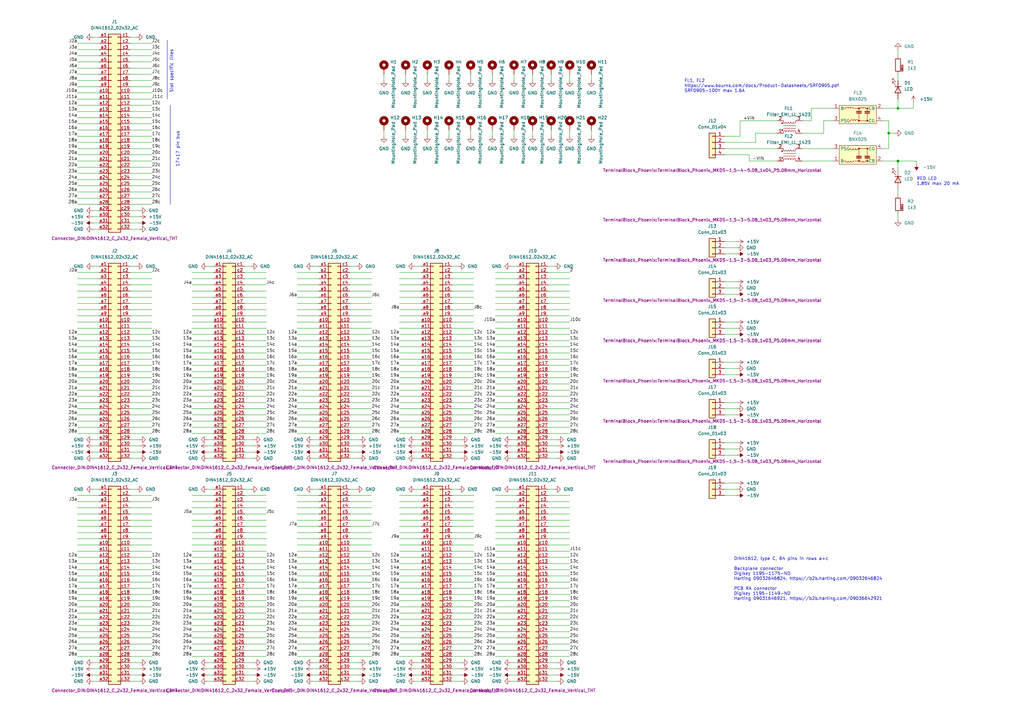
<source format=kicad_sch>
(kicad_sch (version 20250114) (generator "eeschema") (generator_version "9.0")
  (paper "A3")
  (title_block (title "Backplane"))
  (lib_symbols
    (symbol "Connector:DIN41612_02x32_AC" (pin_names (offset 1.016) (hide yes))
      (property "Reference" "J" (at 1.27 40.64 0))
      (property "Value" "DIN41612_02x32_AC" (at 1.27 -43.18 0))
      (symbol "DIN41612_02x32_AC_1_1"
        (pin passive line (at -5.08 38.1 0) (length 3.81) (name "Pin_a1") (number "a1"))
        (pin passive line (at -5.08 35.56 0) (length 3.81) (name "Pin_a2") (number "a2"))
        (pin passive line (at -5.08 33.02 0) (length 3.81) (name "Pin_a3") (number "a3"))
        (pin passive line (at -5.08 30.48 0) (length 3.81) (name "Pin_a4") (number "a4"))
        (pin passive line (at -5.08 27.94 0) (length 3.81) (name "Pin_a5") (number "a5"))
        (pin passive line (at -5.08 25.4 0) (length 3.81) (name "Pin_a6") (number "a6"))
        (pin passive line (at -5.08 22.86 0) (length 3.81) (name "Pin_a7") (number "a7"))
        (pin passive line (at -5.08 20.32 0) (length 3.81) (name "Pin_a8") (number "a8"))
        (pin passive line (at -5.08 17.78 0) (length 3.81) (name "Pin_a9") (number "a9"))
        (pin passive line (at -5.08 15.24 0) (length 3.81) (name "Pin_a10") (number "a10"))
        (pin passive line (at -5.08 12.7 0) (length 3.81) (name "Pin_a11") (number "a11"))
        (pin passive line (at -5.08 10.16 0) (length 3.81) (name "Pin_a12") (number "a12"))
        (pin passive line (at -5.08 7.62 0) (length 3.81) (name "Pin_a13") (number "a13"))
        (pin passive line (at -5.08 5.08 0) (length 3.81) (name "Pin_a14") (number "a14"))
        (pin passive line (at -5.08 2.54 0) (length 3.81) (name "Pin_a15") (number "a15"))
        (pin passive line (at -5.08 0 0) (length 3.81) (name "Pin_a16") (number "a16"))
        (pin passive line (at -5.08 -2.54 0) (length 3.81) (name "Pin_a17") (number "a17"))
        (pin passive line (at -5.08 -5.08 0) (length 3.81) (name "Pin_a18") (number "a18"))
        (pin passive line (at -5.08 -7.62 0) (length 3.81) (name "Pin_a19") (number "a19"))
        (pin passive line (at -5.08 -10.16 0) (length 3.81) (name "Pin_a20") (number "a20"))
        (pin passive line (at -5.08 -12.7 0) (length 3.81) (name "Pin_a21") (number "a21"))
        (pin passive line (at -5.08 -15.24 0) (length 3.81) (name "Pin_a22") (number "a22"))
        (pin passive line (at -5.08 -17.78 0) (length 3.81) (name "Pin_a23") (number "a23"))
        (pin passive line (at -5.08 -20.32 0) (length 3.81) (name "Pin_a24") (number "a24"))
        (pin passive line (at -5.08 -22.86 0) (length 3.81) (name "Pin_a25") (number "a25"))
        (pin passive line (at -5.08 -25.4 0) (length 3.81) (name "Pin_a26") (number "a26"))
        (pin passive line (at -5.08 -27.94 0) (length 3.81) (name "Pin_a27") (number "a27"))
        (pin passive line (at -5.08 -30.48 0) (length 3.81) (name "Pin_a28") (number "a28"))
        (pin passive line (at -5.08 -33.02 0) (length 3.81) (name "Pin_a29") (number "a29"))
        (pin passive line (at -5.08 -35.56 0) (length 3.81) (name "Pin_a30") (number "a30"))
        (pin passive line (at -5.08 -38.1 0) (length 3.81) (name "Pin_a31") (number "a31"))
        (pin passive line (at -5.08 -40.64 0) (length 3.81) (name "Pin_a32") (number "a32"))
        (pin passive line (at 7.62 38.1 180) (length 3.81) (name "Pin_c1") (number "c1"))
        (pin passive line (at 7.62 35.56 180) (length 3.81) (name "Pin_c2") (number "c2"))
        (pin passive line (at 7.62 33.02 180) (length 3.81) (name "Pin_c3") (number "c3"))
        (pin passive line (at 7.62 30.48 180) (length 3.81) (name "Pin_c4") (number "c4"))
        (pin passive line (at 7.62 27.94 180) (length 3.81) (name "Pin_c5") (number "c5"))
        (pin passive line (at 7.62 25.4 180) (length 3.81) (name "Pin_c6") (number "c6"))
        (pin passive line (at 7.62 22.86 180) (length 3.81) (name "Pin_c7") (number "c7"))
        (pin passive line (at 7.62 20.32 180) (length 3.81) (name "Pin_c8") (number "c8"))
        (pin passive line (at 7.62 17.78 180) (length 3.81) (name "Pin_c9") (number "c9"))
        (pin passive line (at 7.62 15.24 180) (length 3.81) (name "Pin_c10") (number "c10"))
        (pin passive line (at 7.62 12.7 180) (length 3.81) (name "Pin_c11") (number "c11"))
        (pin passive line (at 7.62 10.16 180) (length 3.81) (name "Pin_c12") (number "c12"))
        (pin passive line (at 7.62 7.62 180) (length 3.81) (name "Pin_c13") (number "c13"))
        (pin passive line (at 7.62 5.08 180) (length 3.81) (name "Pin_c14") (number "c14"))
        (pin passive line (at 7.62 2.54 180) (length 3.81) (name "Pin_c15") (number "c15"))
        (pin passive line (at 7.62 0 180) (length 3.81) (name "Pin_c16") (number "c16"))
        (pin passive line (at 7.62 -2.54 180) (length 3.81) (name "Pin_c17") (number "c17"))
        (pin passive line (at 7.62 -5.08 180) (length 3.81) (name "Pin_c18") (number "c18"))
        (pin passive line (at 7.62 -7.62 180) (length 3.81) (name "Pin_c19") (number "c19"))
        (pin passive line (at 7.62 -10.16 180) (length 3.81) (name "Pin_c20") (number "c20"))
        (pin passive line (at 7.62 -12.7 180) (length 3.81) (name "Pin_c21") (number "c21"))
        (pin passive line (at 7.62 -15.24 180) (length 3.81) (name "Pin_c22") (number "c22"))
        (pin passive line (at 7.62 -17.78 180) (length 3.81) (name "Pin_c23") (number "c23"))
        (pin passive line (at 7.62 -20.32 180) (length 3.81) (name "Pin_c24") (number "c24"))
        (pin passive line (at 7.62 -22.86 180) (length 3.81) (name "Pin_c25") (number "c25"))
        (pin passive line (at 7.62 -25.4 180) (length 3.81) (name "Pin_c26") (number "c26"))
        (pin passive line (at 7.62 -27.94 180) (length 3.81) (name "Pin_c27") (number "c27"))
        (pin passive line (at 7.62 -30.48 180) (length 3.81) (name "Pin_c28") (number "c28"))
        (pin passive line (at 7.62 -33.02 180) (length 3.81) (name "Pin_c29") (number "c29"))
        (pin passive line (at 7.62 -35.56 180) (length 3.81) (name "Pin_c30") (number "c30"))
        (pin passive line (at 7.62 -38.1 180) (length 3.81) (name "Pin_c31") (number "c31"))
        (pin passive line (at 7.62 -40.64 180) (length 3.81) (name "Pin_c32") (number "c32"))
      )
    )
    (symbol "Connector_Generic:Conn_01x03" (pin_names (offset 1.016) (hide yes))
      (property "Reference" "J" (at 0 5.08 0))
      (property "Value" "Conn_01x03" (at 0 -5.08 0))
      (symbol "Conn_01x03_1_1"
        (pin passive line (at -5.08 2.54 0) (length 3.81) (name "Pin_1") (number "1"))
        (pin passive line (at -5.08 0 0) (length 3.81) (name "Pin_2") (number "2"))
        (pin passive line (at -5.08 -2.54 0) (length 3.81) (name "Pin_3") (number "3"))
      )
    )
    (symbol "Connector_Generic:Conn_01x04" (pin_names (offset 1.016) (hide yes))
      (property "Reference" "J" (at 0 5.08 0))
      (property "Value" "Conn_01x04" (at 0 -7.62 0))
      (symbol "Conn_01x04_1_1"
        (pin passive line (at -5.08 2.54 0) (length 3.81) (name "Pin_1") (number "1"))
        (pin passive line (at -5.08 0 0) (length 3.81) (name "Pin_2") (number "2"))
        (pin passive line (at -5.08 -2.54 0) (length 3.81) (name "Pin_3") (number "3"))
        (pin passive line (at -5.08 -5.08 0) (length 3.81) (name "Pin_4") (number "4"))
      )
    )
    (symbol "Device:Filter_EMI_LL_1423" (pin_names (hide yes))
      (property "Reference" "FL" (at 0 4.445 0))
      (property "Value" "Filter_EMI_LL_1423" (at 0 -4.445 0))
      (symbol "Filter_EMI_LL_1423_1_1"
        (pin passive line (at -5.08 2.54 0) (length 2.54) (name "2") (number "2"))
        (pin passive line (at -5.08 -2.54 0) (length 2.54) (name "1") (number "1"))
        (pin passive line (at 5.08 2.54 180) (length 2.54) (name "3") (number "3"))
        (pin passive line (at 5.08 -2.54 180) (length 2.54) (name "4") (number "4"))
      )
    )
    (symbol "Device:LED" (pin_numbers (hide yes)) (pin_names (offset 1.016) (hide yes))
      (property "Reference" "D" (at 0 2.54 0))
      (property "Value" "LED" (at 0 -2.54 0))
      (symbol "LED_1_1"
        (pin passive line (at -3.81 0 0) (length 2.54) (name "K") (number "1"))
        (pin passive line (at 3.81 0 180) (length 2.54) (name "A") (number "2"))
      )
    )
    (symbol "Filter:BNX025"
      (property "Reference" "FL" (at -6.35 5.08 0))
      (property "Value" "BNX025" (at 7.62 5.08 0))
      (symbol "BNX025_1_1"
        (pin passive line (at -10.16 2.54 0) (length 2.54) (name "B") (number "1"))
        (pin passive line (at -10.16 -2.54 0) (length 2.54) (name "PSG") (number "3"))
        (pin passive line (at 10.16 2.54 180) (length 2.54) (name "CB") (number "2"))
        (pin passive line (at 10.16 -2.54 180) (length 2.54) (name "CG") (number "4"))
      )
    )
    (symbol "GND_1" (power) (pin_names (offset 0))
      (property "Value" "GND_1" (at 0 -3.81 0))
      (symbol "GND_1_1_1"
        (pin power_in line (at 0 0 270) (length 0) (hide yes) (name "GND") (number "1"))
      )
    )
    (symbol "Mechanical:MountingHole_Pad" (pin_numbers (hide yes)) (pin_names (offset 1.016) (hide yes))
      (property "Reference" "H" (at 0 6.35 0))
      (property "Value" "MountingHole_Pad" (at 0 4.445 0))
      (symbol "MountingHole_Pad_1_1"
        (pin input line (at 0 -2.54 90) (length 2.54) (name "1") (number "1"))
      )
    )
    (symbol "aw_kicad6:R_0805" (pin_numbers (hide yes)) (pin_names (offset 0))
      (property "Reference" "R" (at 0 -1.778 90))
      (property "Value" "R_0805" (at -2.54 0 90))
      (symbol "R_0805_0_0"
        (text "0805" (at 1.778 -1.27 900) (effects (font (size 0.762 0.762))))
      )
      (symbol "R_0805_1_1"
        (pin passive line (at 0 3.81 270) (length 1.27) (name "~") (number "1"))
        (pin passive line (at 0 -3.81 90) (length 1.27) (name "~") (number "2"))
      )
    )
    (symbol "power:+15V" (power) (pin_names (offset 0))
      (property "Value" "+15V" (at 0 3.556 0))
      (symbol "+15V_1_1"
        (pin power_in line (at 0 0 90) (length 0) (hide yes) (name "+15V") (number "1"))
      )
    )
    (symbol "power:-15V" (power) (pin_names (offset 0))
      (property "Value" "-15V" (at 0 3.81 0))
      (symbol "-15V_0_0"
        (pin power_in line (at 0 0 90) (length 0) (hide yes) (name "-15V") (number "1"))
      )
    )
    (symbol "power:GND" (power) (pin_names (offset 0))
      (property "Value" "GND" (at 0 -3.81 0))
      (symbol "GND_1_1"
        (pin power_in line (at 0 0 270) (length 0) (hide yes) (name "GND") (number "1"))
      )
    )
  )
  (text "DIN41612, type C, 64 pins in rows a+c\n\nBackplane connector\nDigikey 1195-1175-ND\nHarting 09032646824, https://b2b.harting.com/09032646824\n\nPCB RA connector\nDigikey 1195-1149-ND\nHarting 09031646921, https://b2b.harting.com/09036642921" (at 300.99 246.38 0) (effects (font (size 1.27 1.27)) (justify left bottom)))
  (text "RED LED\n1.85V max 20 mA" (at 375.92 76.2 0) (effects (font (size 1.27 1.27)) (justify left bottom)))
  (text "17+17 pin bus" (at 73.66 68.58 90) (effects (font (size 1.27 1.27)) (justify left bottom)))
  (text "Slot specific lines" (at 71.12 38.1 90) (effects (font (size 1.27 1.27)) (justify left bottom)))
  (text "FL1, FL2\nhttps://www.bourns.com/docs/Product-Datasheets/SRF0905.pdf\nSRF0905-100Y max 1.6A" (at 280.67 38.1 0) (effects (font (size 1.27 1.27)) (justify left bottom)))
  (junction (at 364.49 54.61))
  (junction (at 368.3 66.04))
  (junction (at 368.3 44.45))
  (wire (pts (xy 224.79 182.88) (xy 228.6 182.88)))
  (wire (pts (xy 130.81 172.72) (xy 121.92 172.72)))
  (wire (pts (xy 212.09 203.2) (xy 203.2 203.2)))
  (wire (pts (xy 40.64 170.18) (xy 31.75 170.18)))
  (wire (pts (xy 212.09 149.86) (xy 203.2 149.86)))
  (wire (pts (xy 100.33 127) (xy 109.22 127)))
  (wire (pts (xy 143.51 109.22) (xy 146.05 109.22)))
  (wire (pts (xy 374.65 44.45) (xy 374.65 41.91)))
  (wire (pts (xy 143.51 246.38) (xy 152.4 246.38)))
  (wire (pts (xy 40.64 17.78) (xy 31.75 17.78)))
  (wire (pts (xy 100.33 210.82) (xy 109.22 210.82)))
  (wire (pts (xy 143.51 182.88) (xy 147.32 182.88)))
  (wire (pts (xy 163.83 177.8) (xy 172.72 177.8)))
  (wire (pts (xy 212.09 124.46) (xy 203.2 124.46)))
  (wire (pts (xy 185.42 228.6) (xy 194.31 228.6)))
  (wire (pts (xy 172.72 223.52) (xy 163.83 223.52)))
  (wire (pts (xy 130.81 213.36) (xy 121.92 213.36)))
  (wire (pts (xy 40.64 210.82) (xy 31.75 210.82)))
  (wire (pts (xy 172.72 248.92) (xy 163.83 248.92)))
  (wire (pts (xy 143.51 256.54) (xy 152.4 256.54)))
  (wire (pts (xy 40.64 20.32) (xy 31.75 20.32)))
  (wire (pts (xy 85.09 187.96) (xy 87.63 187.96)))
  (wire (pts (xy 130.81 203.2) (xy 121.92 203.2)))
  (wire (pts (xy 130.81 261.62) (xy 121.92 261.62)))
  (wire (pts (xy 297.18 198.12) (xy 302.26 198.12)))
  (wire (pts (xy 53.34 76.2) (xy 62.23 76.2)))
  (wire (pts (xy 172.72 243.84) (xy 163.83 243.84)))
  (wire (pts (xy 130.81 144.78) (xy 121.92 144.78)))
  (wire (pts (xy 172.72 241.3) (xy 163.83 241.3)))
  (wire (pts (xy 368.3 30.48) (xy 368.3 33.02)))
  (wire (pts (xy 185.42 254) (xy 194.31 254)))
  (wire (pts (xy 87.63 203.2) (xy 78.74 203.2)))
  (wire (pts (xy 185.42 210.82) (xy 194.31 210.82)))
  (wire (pts (xy 172.72 231.14) (xy 163.83 231.14)))
  (wire (pts (xy 143.51 215.9) (xy 152.4 215.9)))
  (wire (pts (xy 224.79 167.64) (xy 233.68 167.64)))
  (wire (pts (xy 40.64 213.36) (xy 31.75 213.36)))
  (wire (pts (xy 224.79 121.92) (xy 233.68 121.92)))
  (wire (pts (xy 53.34 83.82) (xy 62.23 83.82)))
  (wire (pts (xy 233.68 30.48) (xy 233.68 33.02)))
  (wire (pts (xy 100.33 152.4) (xy 109.22 152.4)))
  (wire (pts (xy 224.79 160.02) (xy 233.68 160.02)))
  (wire (pts (xy 185.42 200.66) (xy 187.96 200.66)))
  (wire (pts (xy 53.34 20.32) (xy 62.23 20.32)))
  (wire (pts (xy 170.18 109.22) (xy 172.72 109.22)))
  (wire (pts (xy 53.34 116.84) (xy 62.23 116.84)))
  (wire (pts (xy 185.42 121.92) (xy 194.31 121.92)))
  (wire (pts (xy 224.79 180.34) (xy 228.6 180.34)))
  (wire (pts (xy 143.51 228.6) (xy 152.4 228.6)))
  (wire (pts (xy 309.88 54.61) (xy 318.77 54.61)))
  (wire (pts (xy 87.63 111.76) (xy 78.74 111.76)))
  (wire (pts (xy 212.09 111.76) (xy 203.2 111.76)))
  (wire (pts (xy 100.33 132.08) (xy 109.22 132.08)))
  (wire (pts (xy 172.72 256.54) (xy 163.83 256.54)))
  (wire (pts (xy 53.34 246.38) (xy 62.23 246.38)))
  (wire (pts (xy 100.33 142.24) (xy 109.22 142.24)))
  (wire (pts (xy 170.18 185.42) (xy 172.72 185.42)))
  (wire (pts (xy 40.64 167.64) (xy 31.75 167.64)))
  (wire (pts (xy 224.79 165.1) (xy 233.68 165.1)))
  (wire (pts (xy 185.42 274.32) (xy 189.23 274.32)))
  (wire (pts (xy 53.34 111.76) (xy 62.23 111.76)))
  (wire (pts (xy 100.33 147.32) (xy 109.22 147.32)))
  (wire (pts (xy 100.33 177.8) (xy 109.22 177.8)))
  (wire (pts (xy 172.72 124.46) (xy 163.83 124.46)))
  (wire (pts (xy 224.79 187.96) (xy 228.6 187.96)))
  (wire (pts (xy 87.63 205.74) (xy 78.74 205.74)))
  (wire (pts (xy 361.95 66.04) (xy 368.3 66.04)))
  (wire (pts (xy 172.72 119.38) (xy 163.83 119.38)))
  (wire (pts (xy 172.72 266.7) (xy 163.83 266.7)))
  (wire (pts (xy 175.26 53.34) (xy 175.26 55.88)))
  (wire (pts (xy 53.34 187.96) (xy 57.15 187.96)))
  (wire (pts (xy 143.51 205.74) (xy 152.4 205.74)))
  (wire (pts (xy 100.33 157.48) (xy 109.22 157.48)))
  (wire (pts (xy 172.72 264.16) (xy 163.83 264.16)))
  (wire (pts (xy 100.33 218.44) (xy 109.22 218.44)))
  (wire (pts (xy 212.09 228.6) (xy 203.2 228.6)))
  (wire (pts (xy 87.63 157.48) (xy 78.74 157.48)))
  (wire (pts (xy 185.42 248.92) (xy 194.31 248.92)))
  (wire (pts (xy 100.33 124.46) (xy 109.22 124.46)))
  (wire (pts (xy 40.64 30.48) (xy 31.75 30.48)))
  (wire (pts (xy 53.34 45.72) (xy 62.23 45.72)))
  (wire (pts (xy 31.75 83.82) (xy 40.64 83.82)))
  (wire (pts (xy 40.64 243.84) (xy 31.75 243.84)))
  (wire (pts (xy 143.51 111.76) (xy 152.4 111.76)))
  (wire (pts (xy 224.79 129.54) (xy 233.68 129.54)))
  (wire (pts (xy 185.42 215.9) (xy 194.31 215.9)))
  (wire (pts (xy 172.72 175.26) (xy 163.83 175.26)))
  (wire (pts (xy 40.64 149.86) (xy 31.75 149.86)))
  (wire (pts (xy 100.33 251.46) (xy 109.22 251.46)))
  (wire (pts (xy 100.33 172.72) (xy 109.22 172.72)))
  (wire (pts (xy 53.34 279.4) (xy 57.15 279.4)))
  (wire (pts (xy 212.09 162.56) (xy 203.2 162.56)))
  (wire (pts (xy 128.27 271.78) (xy 130.81 271.78)))
  (wire (pts (xy 143.51 139.7) (xy 152.4 139.7)))
  (wire (pts (xy 143.51 160.02) (xy 152.4 160.02)))
  (wire (pts (xy 100.33 254) (xy 109.22 254)))
  (wire (pts (xy 185.42 241.3) (xy 194.31 241.3)))
  (wire (pts (xy 212.09 220.98) (xy 203.2 220.98)))
  (wire (pts (xy 332.74 49.53) (xy 332.74 44.45)))
  (wire (pts (xy 212.09 147.32) (xy 203.2 147.32)))
  (wire (pts (xy 212.09 264.16) (xy 203.2 264.16)))
  (wire (pts (xy 212.09 132.08) (xy 203.2 132.08)))
  (wire (pts (xy 212.09 154.94) (xy 203.2 154.94)))
  (wire (pts (xy 224.79 137.16) (xy 233.68 137.16)))
  (wire (pts (xy 40.64 45.72) (xy 31.75 45.72)))
  (wire (pts (xy 143.51 236.22) (xy 152.4 236.22)))
  (wire (pts (xy 53.34 274.32) (xy 57.15 274.32)))
  (wire (pts (xy 85.09 276.86) (xy 87.63 276.86)))
  (wire (pts (xy 53.34 213.36) (xy 62.23 213.36)))
  (wire (pts (xy 224.79 175.26) (xy 233.68 175.26)))
  (wire (pts (xy 297.18 203.2) (xy 302.26 203.2)))
  (wire (pts (xy 130.81 121.92) (xy 121.92 121.92)))
  (wire (pts (xy 212.09 144.78) (xy 203.2 144.78)))
  (wire (pts (xy 87.63 172.72) (xy 78.74 172.72)))
  (wire (pts (xy 143.51 170.18) (xy 152.4 170.18)))
  (wire (pts (xy 40.64 246.38) (xy 31.75 246.38)))
  (wire (pts (xy 87.63 266.7) (xy 78.74 266.7)))
  (wire (pts (xy 172.72 147.32) (xy 163.83 147.32)))
  (wire (pts (xy 128.27 200.66) (xy 130.81 200.66)))
  (wire (pts (xy 163.83 269.24) (xy 172.72 269.24)))
  (wire (pts (xy 224.79 228.6) (xy 233.68 228.6)))
  (wire (pts (xy 87.63 251.46) (xy 78.74 251.46)))
  (wire (pts (xy 40.64 111.76) (xy 31.75 111.76)))
  (wire (pts (xy 40.64 43.18) (xy 31.75 43.18)))
  (wire (pts (xy 38.1 93.98) (xy 40.64 93.98)))
  (wire (pts (xy 337.82 49.53) (xy 341.63 49.53)))
  (wire (pts (xy 100.33 271.78) (xy 104.14 271.78)))
  (wire (pts (xy 185.42 187.96) (xy 189.23 187.96)))
  (wire (pts (xy 143.51 223.52) (xy 152.4 223.52)))
  (wire (pts (xy 224.79 144.78) (xy 233.68 144.78)))
  (wire (pts (xy 130.81 139.7) (xy 121.92 139.7)))
  (wire (pts (xy 172.72 111.76) (xy 163.83 111.76)))
  (wire (pts (xy 100.33 116.84) (xy 109.22 116.84)))
  (wire (pts (xy 128.27 279.4) (xy 130.81 279.4)))
  (wire (pts (xy 212.09 256.54) (xy 203.2 256.54)))
  (wire (pts (xy 209.55 276.86) (xy 212.09 276.86)))
  (wire (pts (xy 172.72 152.4) (xy 163.83 152.4)))
  (wire (pts (xy 130.81 256.54) (xy 121.92 256.54)))
  (wire (pts (xy 130.81 238.76) (xy 121.92 238.76)))
  (wire (pts (xy 172.72 251.46) (xy 163.83 251.46)))
  (wire (pts (xy 297.18 167.64) (xy 302.26 167.64)))
  (wire (pts (xy 185.42 119.38) (xy 194.31 119.38)))
  (wire (pts (xy 53.34 38.1) (xy 62.23 38.1)))
  (wire (pts (xy 87.63 114.3) (xy 78.74 114.3)))
  (wire (pts (xy 185.42 167.64) (xy 194.31 167.64)))
  (wire (pts (xy 170.18 182.88) (xy 172.72 182.88)))
  (wire (pts (xy 170.18 271.78) (xy 172.72 271.78)))
  (wire (pts (xy 87.63 223.52) (xy 78.74 223.52)))
  (wire (pts (xy 87.63 121.92) (xy 78.74 121.92)))
  (wire (pts (xy 85.09 182.88) (xy 87.63 182.88)))
  (wire (pts (xy 224.79 134.62) (xy 233.68 134.62)))
  (wire (pts (xy 297.18 134.62) (xy 302.26 134.62)))
  (wire (pts (xy 185.42 256.54) (xy 194.31 256.54)))
  (wire (pts (xy 224.79 132.08) (xy 233.68 132.08)))
  (wire (pts (xy 212.09 238.76) (xy 203.2 238.76)))
  (wire (pts (xy 87.63 142.24) (xy 78.74 142.24)))
  (wire (pts (xy 53.34 203.2) (xy 62.23 203.2)))
  (wire (pts (xy 143.51 177.8) (xy 152.4 177.8)))
  (wire (pts (xy 38.1 182.88) (xy 40.64 182.88)))
  (wire (pts (xy 170.18 187.96) (xy 172.72 187.96)))
  (wire (pts (xy 212.09 170.18) (xy 203.2 170.18)))
  (wire (pts (xy 328.93 60.96) (xy 341.63 60.96)))
  (wire (pts (xy 38.1 271.78) (xy 40.64 271.78)))
  (wire (pts (xy 40.64 139.7) (xy 31.75 139.7)))
  (wire (pts (xy 53.34 259.08) (xy 62.23 259.08)))
  (wire (pts (xy 53.34 127) (xy 62.23 127)))
  (wire (pts (xy 297.18 115.57) (xy 302.26 115.57)))
  (wire (pts (xy 130.81 220.98) (xy 121.92 220.98)))
  (wire (pts (xy 40.64 58.42) (xy 31.75 58.42)))
  (wire (pts (xy 40.64 132.08) (xy 31.75 132.08)))
  (wire (pts (xy 172.72 137.16) (xy 163.83 137.16)))
  (wire (pts (xy 53.34 200.66) (xy 55.88 200.66)))
  (wire (pts (xy 40.64 53.34) (xy 31.75 53.34)))
  (wire (pts (xy 40.64 78.74) (xy 31.75 78.74)))
  (wire (pts (xy 38.1 279.4) (xy 40.64 279.4)))
  (wire (pts (xy 185.42 137.16) (xy 194.31 137.16)))
  (wire (pts (xy 130.81 248.92) (xy 121.92 248.92)))
  (wire (pts (xy 143.51 121.92) (xy 152.4 121.92)))
  (wire (pts (xy 368.3 44.45) (xy 374.65 44.45)))
  (wire (pts (xy 53.34 119.38) (xy 62.23 119.38)))
  (wire (pts (xy 130.81 223.52) (xy 121.92 223.52)))
  (wire (pts (xy 130.81 215.9) (xy 121.92 215.9)))
  (wire (pts (xy 224.79 236.22) (xy 233.68 236.22)))
  (wire (pts (xy 40.64 60.96) (xy 31.75 60.96)))
  (wire (pts (xy 87.63 213.36) (xy 78.74 213.36)))
  (wire (pts (xy 297.18 104.14) (xy 302.26 104.14)))
  (wire (pts (xy 224.79 111.76) (xy 233.68 111.76)))
  (wire (pts (xy 193.04 30.48) (xy 193.04 33.02)))
  (wire (pts (xy 40.64 208.28) (xy 31.75 208.28)))
  (wire (pts (xy 53.34 160.02) (xy 62.23 160.02)))
  (wire (pts (xy 38.1 185.42) (xy 40.64 185.42)))
  (wire (pts (xy 130.81 266.7) (xy 121.92 266.7)))
  (wire (pts (xy 185.42 226.06) (xy 194.31 226.06)))
  (wire (pts (xy 87.63 228.6) (xy 78.74 228.6)))
  (wire (pts (xy 100.33 238.76) (xy 109.22 238.76)))
  (wire (pts (xy 224.79 170.18) (xy 233.68 170.18)))
  (wire (pts (xy 100.33 269.24) (xy 109.22 269.24)))
  (wire (pts (xy 297.18 137.16) (xy 302.26 137.16)))
  (wire (pts (xy 218.44 30.48) (xy 218.44 33.02)))
  (wire (pts (xy 212.09 213.36) (xy 203.2 213.36)))
  (wire (pts (xy 297.18 63.5) (xy 307.34 63.5)))
  (wire (pts (xy 143.51 134.62) (xy 152.4 134.62)))
  (wire (pts (xy 212.09 236.22) (xy 203.2 236.22)))
  (wire (pts (xy 185.42 165.1) (xy 194.31 165.1)))
  (wire (pts (xy 185.42 271.78) (xy 189.23 271.78)))
  (wire (pts (xy 143.51 226.06) (xy 152.4 226.06)))
  (wire (pts (xy 53.34 215.9) (xy 62.23 215.9)))
  (wire (pts (xy 40.64 233.68) (xy 31.75 233.68)))
  (wire (pts (xy 224.79 271.78) (xy 228.6 271.78)))
  (wire (pts (xy 143.51 248.92) (xy 152.4 248.92)))
  (wire (pts (xy 143.51 144.78) (xy 152.4 144.78)))
  (wire (pts (xy 53.34 63.5) (xy 62.23 63.5)))
  (wire (pts (xy 143.51 208.28) (xy 152.4 208.28)))
  (wire (pts (xy 130.81 124.46) (xy 121.92 124.46)))
  (wire (pts (xy 212.09 129.54) (xy 203.2 129.54)))
  (wire (pts (xy 128.27 276.86) (xy 130.81 276.86)))
  (wire (pts (xy 40.64 76.2) (xy 31.75 76.2)))
  (wire (pts (xy 224.79 238.76) (xy 233.68 238.76)))
  (wire (pts (xy 172.72 233.68) (xy 163.83 233.68)))
  (wire (pts (xy 212.09 259.08) (xy 203.2 259.08)))
  (wire (pts (xy 53.34 231.14) (xy 62.23 231.14)))
  (wire (pts (xy 212.09 205.74) (xy 203.2 205.74)))
  (wire (pts (xy 209.55 182.88) (xy 212.09 182.88)))
  (wire (pts (xy 100.33 182.88) (xy 104.14 182.88)))
  (wire (pts (xy 130.81 233.68) (xy 121.92 233.68)))
  (wire (pts (xy 209.55 274.32) (xy 212.09 274.32)))
  (wire (pts (xy 53.34 170.18) (xy 62.23 170.18)))
  (wire (pts (xy 87.63 215.9) (xy 78.74 215.9)))
  (wire (pts (xy 53.34 60.96) (xy 62.23 60.96)))
  (wire (pts (xy 87.63 254) (xy 78.74 254)))
  (wire (pts (xy 53.34 162.56) (xy 62.23 162.56)))
  (wire (pts (xy 53.34 254) (xy 62.23 254)))
  (wire (pts (xy 53.34 264.16) (xy 62.23 264.16)))
  (wire (pts (xy 185.42 264.16) (xy 194.31 264.16)))
  (wire (pts (xy 328.93 66.04) (xy 341.63 66.04)))
  (wire (pts (xy 172.72 129.54) (xy 163.83 129.54)))
  (wire (pts (xy 87.63 208.28) (xy 78.74 208.28)))
  (wire (pts (xy 53.34 132.08) (xy 62.23 132.08)))
  (wire (pts (xy 40.64 261.62) (xy 31.75 261.62)))
  (wire (pts (xy 53.34 35.56) (xy 62.23 35.56)))
  (wire (pts (xy 143.51 276.86) (xy 147.32 276.86)))
  (wire (pts (xy 53.34 154.94) (xy 62.23 154.94)))
  (wire (pts (xy 40.64 205.74) (xy 31.75 205.74)))
  (wire (pts (xy 40.64 35.56) (xy 31.75 35.56)))
  (wire (pts (xy 172.72 154.94) (xy 163.83 154.94)))
  (wire (pts (xy 185.42 231.14) (xy 194.31 231.14)))
  (wire (pts (xy 364.49 54.61) (xy 367.03 54.61)))
  (wire (pts (xy 78.74 177.8) (xy 87.63 177.8)))
  (wire (pts (xy 100.33 228.6) (xy 109.22 228.6)))
  (wire (pts (xy 130.81 231.14) (xy 121.92 231.14)))
  (wire (pts (xy 87.63 149.86) (xy 78.74 149.86)))
  (wire (pts (xy 224.79 279.4) (xy 228.6 279.4)))
  (wire (pts (xy 368.3 40.64) (xy 368.3 44.45)))
  (wire (pts (xy 87.63 134.62) (xy 78.74 134.62)))
  (wire (pts (xy 143.51 210.82) (xy 152.4 210.82)))
  (wire (pts (xy 130.81 137.16) (xy 121.92 137.16)))
  (wire (pts (xy 130.81 142.24) (xy 121.92 142.24)))
  (wire (pts (xy 53.34 81.28) (xy 62.23 81.28)))
  (wire (pts (xy 53.34 185.42) (xy 57.15 185.42)))
  (wire (pts (xy 130.81 114.3) (xy 121.92 114.3)))
  (wire (pts (xy 242.57 53.34) (xy 242.57 55.88)))
  (wire (pts (xy 172.72 259.08) (xy 163.83 259.08)))
  (wire (pts (xy 38.1 109.22) (xy 40.64 109.22)))
  (wire (pts (xy 185.42 109.22) (xy 187.96 109.22)))
  (wire (pts (xy 87.63 243.84) (xy 78.74 243.84)))
  (wire (pts (xy 40.64 203.2) (xy 31.75 203.2)))
  (wire (pts (xy 143.51 243.84) (xy 152.4 243.84)))
  (wire (pts (xy 38.1 15.24) (xy 40.64 15.24)))
  (wire (pts (xy 130.81 154.94) (xy 121.92 154.94)))
  (wire (pts (xy 185.42 134.62) (xy 194.31 134.62)))
  (wire (pts (xy 364.49 49.53) (xy 364.49 54.61)))
  (wire (pts (xy 38.1 274.32) (xy 40.64 274.32)))
  (wire (pts (xy 185.42 172.72) (xy 194.31 172.72)))
  (wire (pts (xy 218.44 53.34) (xy 218.44 55.88)))
  (wire (pts (xy 40.64 256.54) (xy 31.75 256.54)))
  (wire (pts (xy 87.63 152.4) (xy 78.74 152.4)))
  (wire (pts (xy 212.09 142.24) (xy 203.2 142.24)))
  (wire (pts (xy 53.34 256.54) (xy 62.23 256.54)))
  (wire (pts (xy 100.33 233.68) (xy 109.22 233.68)))
  (wire (pts (xy 87.63 261.62) (xy 78.74 261.62)))
  (wire (pts (xy 212.09 223.52) (xy 203.2 223.52)))
  (wire (pts (xy 87.63 137.16) (xy 78.74 137.16)))
  (wire (pts (xy 53.34 147.32) (xy 62.23 147.32)))
  (wire (pts (xy 100.33 170.18) (xy 109.22 170.18)))
  (wire (pts (xy 87.63 119.38) (xy 78.74 119.38)))
  (wire (pts (xy 87.63 160.02) (xy 78.74 160.02)))
  (wire (pts (xy 143.51 175.26) (xy 152.4 175.26)))
  (wire (pts (xy 100.33 119.38) (xy 109.22 119.38)))
  (wire (pts (xy 185.42 261.62) (xy 194.31 261.62)))
  (wire (pts (xy 185.42 205.74) (xy 194.31 205.74)))
  (wire (pts (xy 87.63 144.78) (xy 78.74 144.78)))
  (wire (pts (xy 361.95 44.45) (xy 368.3 44.45)))
  (wire (pts (xy 40.64 119.38) (xy 31.75 119.38)))
  (wire (pts (xy 53.34 17.78) (xy 62.23 17.78)))
  (wire (pts (xy 224.79 127) (xy 233.68 127)))
  (wire (pts (xy 224.79 241.3) (xy 233.68 241.3)))
  (wire (pts (xy 224.79 114.3) (xy 233.68 114.3)))
  (wire (pts (xy 224.79 274.32) (xy 228.6 274.32)))
  (wire (pts (xy 100.33 261.62) (xy 109.22 261.62)))
  (wire (pts (xy 40.64 129.54) (xy 31.75 129.54)))
  (wire (pts (xy 224.79 233.68) (xy 233.68 233.68)))
  (wire (pts (xy 226.06 30.48) (xy 226.06 33.02)))
  (wire (pts (xy 53.34 220.98) (xy 62.23 220.98)))
  (wire (pts (xy 175.26 30.48) (xy 175.26 33.02)))
  (wire (pts (xy 224.79 124.46) (xy 233.68 124.46)))
  (wire (pts (xy 143.51 279.4) (xy 147.32 279.4)))
  (wire (pts (xy 364.49 60.96) (xy 364.49 54.61)))
  (wire (pts (xy 87.63 154.94) (xy 78.74 154.94)))
  (wire (pts (xy 224.79 261.62) (xy 233.68 261.62)))
  (wire (pts (xy 40.64 226.06) (xy 31.75 226.06)))
  (wire (pts (xy 40.64 68.58) (xy 31.75 68.58)))
  (wire (pts (xy 87.63 248.92) (xy 78.74 248.92)))
  (wire (pts (xy 185.42 170.18) (xy 194.31 170.18)))
  (wire (pts (xy 85.09 200.66) (xy 87.63 200.66)))
  (wire (pts (xy 130.81 132.08) (xy 121.92 132.08)))
  (wire (pts (xy 87.63 246.38) (xy 78.74 246.38)))
  (wire (pts (xy 184.15 53.34) (xy 184.15 55.88)))
  (wire (pts (xy 143.51 165.1) (xy 152.4 165.1)))
  (wire (pts (xy 100.33 213.36) (xy 109.22 213.36)))
  (wire (pts (xy 78.74 269.24) (xy 87.63 269.24)))
  (wire (pts (xy 53.34 40.64) (xy 62.23 40.64)))
  (wire (pts (xy 185.42 144.78) (xy 194.31 144.78)))
  (wire (pts (xy 185.42 111.76) (xy 194.31 111.76)))
  (wire (pts (xy 87.63 175.26) (xy 78.74 175.26)))
  (wire (pts (xy 53.34 43.18) (xy 62.23 43.18)))
  (wire (pts (xy 85.09 185.42) (xy 87.63 185.42)))
  (wire (pts (xy 172.72 121.92) (xy 163.83 121.92)))
  (wire (pts (xy 185.42 279.4) (xy 189.23 279.4)))
  (wire (pts (xy 40.64 157.48) (xy 31.75 157.48)))
  (wire (pts (xy 170.18 200.66) (xy 172.72 200.66)))
  (wire (pts (xy 185.42 276.86) (xy 189.23 276.86)))
  (wire (pts (xy 100.33 149.86) (xy 109.22 149.86)))
  (wire (pts (xy 303.53 49.53) (xy 318.77 49.53)))
  (wire (pts (xy 87.63 218.44) (xy 78.74 218.44)))
  (wire (pts (xy 40.64 22.86) (xy 31.75 22.86)))
  (wire (pts (xy 143.51 271.78) (xy 147.32 271.78)))
  (wire (pts (xy 85.09 274.32) (xy 87.63 274.32)))
  (wire (pts (xy 224.79 248.92) (xy 233.68 248.92)))
  (wire (pts (xy 143.51 116.84) (xy 152.4 116.84)))
  (wire (pts (xy 297.18 170.18) (xy 302.26 170.18)))
  (wire (pts (xy 224.79 256.54) (xy 233.68 256.54)))
  (wire (pts (xy 40.64 147.32) (xy 31.75 147.32)))
  (wire (pts (xy 224.79 109.22) (xy 227.33 109.22)))
  (wire (pts (xy 40.64 236.22) (xy 31.75 236.22)))
  (wire (pts (xy 40.64 137.16) (xy 31.75 137.16)))
  (wire (pts (xy 130.81 205.74) (xy 121.92 205.74)))
  (wire (pts (xy 40.64 175.26) (xy 31.75 175.26)))
  (wire (pts (xy 209.55 187.96) (xy 212.09 187.96)))
  (wire (pts (xy 143.51 241.3) (xy 152.4 241.3)))
  (wire (pts (xy 297.18 120.65) (xy 302.26 120.65)))
  (wire (pts (xy 87.63 241.3) (xy 78.74 241.3)))
  (wire (pts (xy 185.42 139.7) (xy 194.31 139.7)))
  (wire (pts (xy 172.72 218.44) (xy 163.83 218.44)))
  (wire (pts (xy 224.79 251.46) (xy 233.68 251.46)))
  (wire (pts (xy 87.63 116.84) (xy 78.74 116.84)))
  (wire (pts (xy 185.42 149.86) (xy 194.31 149.86)))
  (wire (pts (xy 143.51 274.32) (xy 147.32 274.32)))
  (wire (pts (xy 38.1 86.36) (xy 40.64 86.36)))
  (wire (pts (xy 100.33 162.56) (xy 109.22 162.56)))
  (wire (pts (xy 185.42 160.02) (xy 194.31 160.02)))
  (wire (pts (xy 40.64 127) (xy 31.75 127)))
  (wire (pts (xy 172.72 228.6) (xy 163.83 228.6)))
  (wire (pts (xy 143.51 269.24) (xy 152.4 269.24)))
  (wire (pts (xy 100.33 279.4) (xy 104.14 279.4)))
  (wire (pts (xy 100.33 231.14) (xy 109.22 231.14)))
  (wire (pts (xy 40.64 218.44) (xy 31.75 218.44)))
  (wire (pts (xy 212.09 241.3) (xy 203.2 241.3)))
  (wire (pts (xy 100.33 137.16) (xy 109.22 137.16)))
  (wire (pts (xy 212.09 160.02) (xy 203.2 160.02)))
  (wire (pts (xy 143.51 220.98) (xy 152.4 220.98)))
  (wire (pts (xy 212.09 152.4) (xy 203.2 152.4)))
  (wire (pts (xy 87.63 170.18) (xy 78.74 170.18)))
  (wire (pts (xy 212.09 139.7) (xy 203.2 139.7)))
  (wire (pts (xy 172.72 114.3) (xy 163.83 114.3)))
  (wire (pts (xy 185.42 243.84) (xy 194.31 243.84)))
  (wire (pts (xy 87.63 231.14) (xy 78.74 231.14)))
  (wire (pts (xy 212.09 116.84) (xy 203.2 116.84)))
  (wire (pts (xy 212.09 114.3) (xy 203.2 114.3)))
  (wire (pts (xy 130.81 243.84) (xy 121.92 243.84)))
  (wire (pts (xy 40.64 142.24) (xy 31.75 142.24)))
  (wire (pts (xy 100.33 223.52) (xy 109.22 223.52)))
  (wire (pts (xy 172.72 172.72) (xy 163.83 172.72)))
  (wire (pts (xy 224.79 139.7) (xy 233.68 139.7)))
  (wire (pts (xy 172.72 226.06) (xy 163.83 226.06)))
  (wire (pts (xy 53.34 248.92) (xy 62.23 248.92)))
  (wire (pts (xy 53.34 124.46) (xy 62.23 124.46)))
  (wire (pts (xy 212.09 254) (xy 203.2 254)))
  (wire (pts (xy 40.64 251.46) (xy 31.75 251.46)))
  (wire (pts (xy 40.64 259.08) (xy 31.75 259.08)))
  (wire (pts (xy 212.09 175.26) (xy 203.2 175.26)))
  (wire (pts (xy 100.33 200.66) (xy 102.87 200.66)))
  (wire (pts (xy 212.09 218.44) (xy 203.2 218.44)))
  (wire (pts (xy 172.72 205.74) (xy 163.83 205.74)))
  (wire (pts (xy 172.72 132.08) (xy 163.83 132.08)))
  (wire (pts (xy 224.79 147.32) (xy 233.68 147.32)))
  (wire (pts (xy 100.33 109.22) (xy 102.87 109.22)))
  (wire (pts (xy 297.18 58.42) (xy 309.88 58.42)))
  (wire (pts (xy 100.33 129.54) (xy 109.22 129.54)))
  (wire (pts (xy 224.79 116.84) (xy 233.68 116.84)))
  (wire (pts (xy 53.34 25.4) (xy 62.23 25.4)))
  (wire (pts (xy 40.64 81.28) (xy 31.75 81.28)))
  (wire (pts (xy 328.93 49.53) (xy 332.74 49.53)))
  (wire (pts (xy 100.33 114.3) (xy 109.22 114.3)))
  (wire (pts (xy 100.33 167.64) (xy 109.22 167.64)))
  (wire (pts (xy 224.79 203.2) (xy 233.68 203.2)))
  (wire (pts (xy 100.33 203.2) (xy 109.22 203.2)))
  (wire (pts (xy 53.34 271.78) (xy 57.15 271.78)))
  (wire (pts (xy 224.79 172.72) (xy 233.68 172.72)))
  (wire (pts (xy 297.18 118.11) (xy 302.26 118.11)))
  (wire (pts (xy 40.64 238.76) (xy 31.75 238.76)))
  (wire (pts (xy 143.51 147.32) (xy 152.4 147.32)))
  (wire (pts (xy 100.33 241.3) (xy 109.22 241.3)))
  (wire (pts (xy 38.1 200.66) (xy 40.64 200.66)))
  (wire (pts (xy 212.09 137.16) (xy 203.2 137.16)))
  (wire (pts (xy 143.51 154.94) (xy 152.4 154.94)))
  (wire (pts (xy 185.42 238.76) (xy 194.31 238.76)))
  (wire (pts (xy 100.33 215.9) (xy 109.22 215.9)))
  (wire (pts (xy 143.51 203.2) (xy 152.4 203.2)))
  (wire (pts (xy 53.34 68.58) (xy 62.23 68.58)))
  (wire (pts (xy 185.42 152.4) (xy 194.31 152.4)))
  (wire (pts (xy 130.81 129.54) (xy 121.92 129.54)))
  (wire (pts (xy 40.64 154.94) (xy 31.75 154.94)))
  (wire (pts (xy 185.42 218.44) (xy 194.31 218.44)))
  (wire (pts (xy 209.55 200.66) (xy 212.09 200.66)))
  (wire (pts (xy 130.81 160.02) (xy 121.92 160.02)))
  (wire (pts (xy 40.64 55.88) (xy 31.75 55.88)))
  (wire (pts (xy 53.34 109.22) (xy 55.88 109.22)))
  (wire (pts (xy 297.18 148.59) (xy 302.26 148.59)))
  (wire (pts (xy 87.63 238.76) (xy 78.74 238.76)))
  (wire (pts (xy 40.64 160.02) (xy 31.75 160.02)))
  (wire (pts (xy 100.33 144.78) (xy 109.22 144.78)))
  (wire (pts (xy 130.81 127) (xy 121.92 127)))
  (wire (pts (xy 143.51 152.4) (xy 152.4 152.4)))
  (wire (pts (xy 212.09 266.7) (xy 203.2 266.7)))
  (wire (pts (xy 100.33 220.98) (xy 109.22 220.98)))
  (wire (pts (xy 143.51 233.68) (xy 152.4 233.68)))
  (wire (pts (xy 53.34 182.88) (xy 57.15 182.88)))
  (wire (pts (xy 185.42 180.34) (xy 189.23 180.34)))
  (wire (pts (xy 53.34 121.92) (xy 62.23 121.92)))
  (wire (pts (xy 297.18 132.08) (xy 302.26 132.08)))
  (wire (pts (xy 53.34 243.84) (xy 62.23 243.84)))
  (wire (pts (xy 185.42 259.08) (xy 194.31 259.08)))
  (wire (pts (xy 172.72 220.98) (xy 163.83 220.98)))
  (wire (pts (xy 53.34 50.8) (xy 62.23 50.8)))
  (wire (pts (xy 185.42 175.26) (xy 194.31 175.26)))
  (wire (pts (xy 172.72 238.76) (xy 163.83 238.76)))
  (wire (pts (xy 40.64 134.62) (xy 31.75 134.62)))
  (wire (pts (xy 53.34 261.62) (xy 62.23 261.62)))
  (wire (pts (xy 143.51 124.46) (xy 152.4 124.46)))
  (wire (pts (xy 210.82 30.48) (xy 210.82 33.02)))
  (wire (pts (xy 40.64 40.64) (xy 31.75 40.64)))
  (wire (pts (xy 224.79 152.4) (xy 233.68 152.4)))
  (wire (pts (xy 130.81 226.06) (xy 121.92 226.06)))
  (wire (pts (xy 100.33 259.08) (xy 109.22 259.08)))
  (wire (pts (xy 40.64 121.92) (xy 31.75 121.92)))
  (wire (pts (xy 40.64 66.04) (xy 31.75 66.04)))
  (wire (pts (xy 172.72 162.56) (xy 163.83 162.56)))
  (wire (pts (xy 130.81 165.1) (xy 121.92 165.1)))
  (wire (pts (xy 100.33 236.22) (xy 109.22 236.22)))
  (wire (pts (xy 87.63 236.22) (xy 78.74 236.22)))
  (wire (pts (xy 224.79 177.8) (xy 233.68 177.8)))
  (wire (pts (xy 100.33 154.94) (xy 109.22 154.94)))
  (wire (pts (xy 40.64 162.56) (xy 31.75 162.56)))
  (wire (pts (xy 87.63 256.54) (xy 78.74 256.54)))
  (wire (pts (xy 297.18 186.69) (xy 302.26 186.69)))
  (wire (pts (xy 185.42 157.48) (xy 194.31 157.48)))
  (wire (pts (xy 368.3 87.63) (xy 368.3 90.17)))
  (wire (pts (xy 40.64 152.4) (xy 31.75 152.4)))
  (wire (pts (xy 100.33 226.06) (xy 109.22 226.06)))
  (wire (pts (xy 53.34 93.98) (xy 57.15 93.98)))
  (wire (pts (xy 87.63 259.08) (xy 78.74 259.08)))
  (wire (pts (xy 224.79 162.56) (xy 233.68 162.56)))
  (wire (pts (xy 130.81 119.38) (xy 121.92 119.38)))
  (wire (pts (xy 130.81 170.18) (xy 121.92 170.18)))
  (wire (pts (xy 185.42 213.36) (xy 194.31 213.36)))
  (wire (pts (xy 224.79 231.14) (xy 233.68 231.14)))
  (wire (pts (xy 87.63 165.1) (xy 78.74 165.1)))
  (wire (pts (xy 143.51 251.46) (xy 152.4 251.46)))
  (wire (pts (xy 53.34 157.48) (xy 62.23 157.48)))
  (wire (pts (xy 53.34 165.1) (xy 62.23 165.1)))
  (wire (pts (xy 143.51 213.36) (xy 152.4 213.36)))
  (wire (pts (xy 185.42 236.22) (xy 194.31 236.22)))
  (wire (pts (xy 185.42 182.88) (xy 189.23 182.88)))
  (wire (pts (xy 40.64 25.4) (xy 31.75 25.4)))
  (wire (pts (xy 209.55 271.78) (xy 212.09 271.78)))
  (wire (pts (xy 185.42 203.2) (xy 194.31 203.2)))
  (wire (pts (xy 143.51 266.7) (xy 152.4 266.7)))
  (wire (pts (xy 212.09 231.14) (xy 203.2 231.14)))
  (wire (pts (xy 368.3 66.04) (xy 368.3 69.85)))
  (wire (pts (xy 53.34 172.72) (xy 62.23 172.72)))
  (wire (pts (xy 53.34 208.28) (xy 62.23 208.28)))
  (wire (pts (xy 53.34 223.52) (xy 62.23 223.52)))
  (wire (pts (xy 53.34 236.22) (xy 62.23 236.22)))
  (wire (pts (xy 224.79 246.38) (xy 233.68 246.38)))
  (wire (pts (xy 121.92 177.8) (xy 130.81 177.8)))
  (wire (pts (xy 85.09 271.78) (xy 87.63 271.78)))
  (wire (pts (xy 212.09 248.92) (xy 203.2 248.92)))
  (wire (pts (xy 53.34 27.94) (xy 62.23 27.94)))
  (wire (pts (xy 212.09 172.72) (xy 203.2 172.72)))
  (wire (pts (xy 157.48 30.48) (xy 157.48 33.02)))
  (wire (pts (xy 53.34 114.3) (xy 62.23 114.3)))
  (wire (pts (xy 224.79 142.24) (xy 233.68 142.24)))
  (wire (pts (xy 53.34 238.76) (xy 62.23 238.76)))
  (wire (pts (xy 224.79 226.06) (xy 233.68 226.06)))
  (wire (pts (xy 297.18 165.1) (xy 302.26 165.1)))
  (wire (pts (xy 53.34 139.7) (xy 62.23 139.7)))
  (wire (pts (xy 143.51 264.16) (xy 152.4 264.16)))
  (wire (pts (xy 172.72 167.64) (xy 163.83 167.64)))
  (wire (pts (xy 224.79 157.48) (xy 233.68 157.48)))
  (wire (pts (xy 130.81 149.86) (xy 121.92 149.86)))
  (wire (pts (xy 224.79 220.98) (xy 233.68 220.98)))
  (wire (pts (xy 184.15 30.48) (xy 184.15 33.02)))
  (wire (pts (xy 361.95 49.53) (xy 364.49 49.53)))
  (wire (pts (xy 143.51 238.76) (xy 152.4 238.76)))
  (wire (pts (xy 40.64 114.3) (xy 31.75 114.3)))
  (wire (pts (xy 40.64 33.02) (xy 31.75 33.02)))
  (wire (pts (xy 40.64 73.66) (xy 31.75 73.66)))
  (wire (pts (xy 224.79 185.42) (xy 228.6 185.42)))
  (wire (pts (xy 100.33 274.32) (xy 104.14 274.32)))
  (wire (pts (xy 40.64 48.26) (xy 31.75 48.26)))
  (wire (pts (xy 40.64 266.7) (xy 31.75 266.7)))
  (wire (pts (xy 212.09 157.48) (xy 203.2 157.48)))
  (wire (pts (xy 203.2 177.8) (xy 212.09 177.8)))
  (wire (pts (xy 100.33 205.74) (xy 109.22 205.74)))
  (wire (pts (xy 297.18 151.13) (xy 302.26 151.13)))
  (wire (pts (xy 143.51 162.56) (xy 152.4 162.56)))
  (wire (pts (xy 212.09 261.62) (xy 203.2 261.62)))
  (wire (pts (xy 100.33 208.28) (xy 109.22 208.28)))
  (wire (pts (xy 224.79 205.74) (xy 233.68 205.74)))
  (wire (pts (xy 143.51 149.86) (xy 152.4 149.86)))
  (wire (pts (xy 87.63 127) (xy 78.74 127)))
  (wire (pts (xy 100.33 243.84) (xy 109.22 243.84)))
  (wire (pts (xy 224.79 210.82) (xy 233.68 210.82)))
  (wire (pts (xy 297.18 184.15) (xy 302.26 184.15)))
  (wire (pts (xy 87.63 162.56) (xy 78.74 162.56)))
  (wire (pts (xy 172.72 139.7) (xy 163.83 139.7)))
  (wire (pts (xy 201.93 53.34) (xy 201.93 55.88)))
  (wire (pts (xy 224.79 254) (xy 233.68 254)))
  (wire (pts (xy 130.81 259.08) (xy 121.92 259.08)))
  (wire (pts (xy 87.63 264.16) (xy 78.74 264.16)))
  (wire (pts (xy 297.18 99.06) (xy 302.26 99.06)))
  (wire (pts (xy 185.42 269.24) (xy 194.31 269.24)))
  (wire (pts (xy 130.81 152.4) (xy 121.92 152.4)))
  (wire (pts (xy 166.37 30.48) (xy 166.37 33.02)))
  (wire (pts (xy 53.34 134.62) (xy 62.23 134.62)))
  (wire (pts (xy 130.81 162.56) (xy 121.92 162.56)))
  (wire (pts (xy 212.09 134.62) (xy 203.2 134.62)))
  (wire (pts (xy 143.51 254) (xy 152.4 254)))
  (wire (pts (xy 297.18 55.88) (xy 303.53 55.88)))
  (wire (pts (xy 53.34 266.7) (xy 62.23 266.7)))
  (wire (pts (xy 100.33 160.02) (xy 109.22 160.02)))
  (wire (pts (xy 212.09 243.84) (xy 203.2 243.84)))
  (wire (pts (xy 53.34 30.48) (xy 62.23 30.48)))
  (wire (pts (xy 143.51 114.3) (xy 152.4 114.3)))
  (wire (pts (xy 53.34 177.8) (xy 62.23 177.8)))
  (wire (pts (xy 130.81 116.84) (xy 121.92 116.84)))
  (wire (pts (xy 185.42 116.84) (xy 194.31 116.84)))
  (wire (pts (xy 224.79 259.08) (xy 233.68 259.08)))
  (wire (pts (xy 212.09 246.38) (xy 203.2 246.38)))
  (wire (pts (xy 87.63 167.64) (xy 78.74 167.64)))
  (wire (pts (xy 40.64 223.52) (xy 31.75 223.52)))
  (wire (pts (xy 172.72 127) (xy 163.83 127)))
  (wire (pts (xy 193.04 53.34) (xy 193.04 55.88)))
  (wire (pts (xy 40.64 50.8) (xy 31.75 50.8)))
  (wire (pts (xy 226.06 53.34) (xy 226.06 55.88)))
  (wire (pts (xy 53.34 22.86) (xy 62.23 22.86)))
  (wire (pts (xy 185.42 129.54) (xy 194.31 129.54)))
  (wire (pts (xy 130.81 134.62) (xy 121.92 134.62)))
  (wire (pts (xy 87.63 124.46) (xy 78.74 124.46)))
  (wire (pts (xy 209.55 109.22) (xy 212.09 109.22)))
  (wire (pts (xy 224.79 243.84) (xy 233.68 243.84)))
  (wire (pts (xy 170.18 274.32) (xy 172.72 274.32)))
  (wire (pts (xy 185.42 147.32) (xy 194.31 147.32)))
  (wire (pts (xy 53.34 129.54) (xy 62.23 129.54)))
  (wire (pts (xy 100.33 256.54) (xy 109.22 256.54)))
  (wire (pts (xy 87.63 129.54) (xy 78.74 129.54)))
  (wire (pts (xy 185.42 251.46) (xy 194.31 251.46)))
  (wire (pts (xy 53.34 88.9) (xy 57.15 88.9)))
  (wire (pts (xy 87.63 139.7) (xy 78.74 139.7)))
  (wire (pts (xy 130.81 111.76) (xy 121.92 111.76)))
  (wire (pts (xy 297.18 60.96) (xy 318.77 60.96)))
  (wire (pts (xy 209.55 279.4) (xy 212.09 279.4)))
  (wire (pts (xy 40.64 264.16) (xy 31.75 264.16)))
  (wire (pts (xy 130.81 157.48) (xy 121.92 157.48)))
  (wire (pts (xy 53.34 137.16) (xy 62.23 137.16)))
  (wire (pts (xy 100.33 180.34) (xy 104.14 180.34)))
  (wire (pts (xy 128.27 185.42) (xy 130.81 185.42)))
  (wire (pts (xy 203.2 269.24) (xy 212.09 269.24)))
  (wire (pts (xy 143.51 129.54) (xy 152.4 129.54)))
  (wire (pts (xy 53.34 33.02) (xy 62.23 33.02)))
  (wire (pts (xy 224.79 200.66) (xy 227.33 200.66)))
  (wire (pts (xy 185.42 223.52) (xy 194.31 223.52)))
  (wire (pts (xy 40.64 248.92) (xy 31.75 248.92)))
  (wire (pts (xy 130.81 218.44) (xy 121.92 218.44)))
  (wire (pts (xy 38.1 91.44) (xy 40.64 91.44)))
  (wire (pts (xy 185.42 114.3) (xy 194.31 114.3)))
  (wire (pts (xy 100.33 111.76) (xy 109.22 111.76)))
  (wire (pts (xy 53.34 142.24) (xy 62.23 142.24)))
  (wire (pts (xy 40.64 231.14) (xy 31.75 231.14)))
  (wire (pts (xy 172.72 160.02) (xy 163.83 160.02)))
  (wire (pts (xy 100.33 248.92) (xy 109.22 248.92)))
  (wire (pts (xy 40.64 254) (xy 31.75 254)))
  (polyline (pts (xy 68.58 16.51) (xy 68.58 40.64)))
  (wire (pts (xy 87.63 147.32) (xy 78.74 147.32)))
  (wire (pts (xy 212.09 215.9) (xy 203.2 215.9)))
  (wire (pts (xy 185.42 177.8) (xy 194.31 177.8)))
  (wire (pts (xy 375.92 66.04) (xy 375.92 67.31)))
  (wire (pts (xy 212.09 121.92) (xy 203.2 121.92)))
  (wire (pts (xy 40.64 215.9) (xy 31.75 215.9)))
  (wire (pts (xy 143.51 180.34) (xy 147.32 180.34)))
  (wire (pts (xy 143.51 259.08) (xy 152.4 259.08)))
  (wire (pts (xy 53.34 53.34) (xy 62.23 53.34)))
  (wire (pts (xy 172.72 157.48) (xy 163.83 157.48)))
  (wire (pts (xy 172.72 165.1) (xy 163.83 165.1)))
  (wire (pts (xy 85.09 180.34) (xy 87.63 180.34)))
  (wire (pts (xy 130.81 246.38) (xy 121.92 246.38)))
  (wire (pts (xy 172.72 203.2) (xy 163.83 203.2)))
  (wire (pts (xy 40.64 172.72) (xy 31.75 172.72)))
  (wire (pts (xy 128.27 180.34) (xy 130.81 180.34)))
  (wire (pts (xy 53.34 167.64) (xy 62.23 167.64)))
  (wire (pts (xy 143.51 187.96) (xy 147.32 187.96)))
  (wire (pts (xy 172.72 208.28) (xy 163.83 208.28)))
  (wire (pts (xy 40.64 71.12) (xy 31.75 71.12)))
  (wire (pts (xy 130.81 241.3) (xy 121.92 241.3)))
  (wire (pts (xy 130.81 254) (xy 121.92 254)))
  (wire (pts (xy 212.09 208.28) (xy 203.2 208.28)))
  (wire (pts (xy 297.18 101.6) (xy 302.26 101.6)))
  (wire (pts (xy 38.1 276.86) (xy 40.64 276.86)))
  (wire (pts (xy 130.81 264.16) (xy 121.92 264.16)))
  (wire (pts (xy 53.34 78.74) (xy 62.23 78.74)))
  (wire (pts (xy 53.34 73.66) (xy 62.23 73.66)))
  (wire (pts (xy 130.81 175.26) (xy 121.92 175.26)))
  (wire (pts (xy 185.42 162.56) (xy 194.31 162.56)))
  (wire (pts (xy 100.33 121.92) (xy 109.22 121.92)))
  (wire (pts (xy 38.1 180.34) (xy 40.64 180.34)))
  (wire (pts (xy 172.72 142.24) (xy 163.83 142.24)))
  (wire (pts (xy 185.42 127) (xy 194.31 127)))
  (wire (pts (xy 307.34 66.04) (xy 318.77 66.04)))
  (wire (pts (xy 40.64 38.1) (xy 31.75 38.1)))
  (wire (pts (xy 143.51 137.16) (xy 152.4 137.16)))
  (wire (pts (xy 212.09 127) (xy 203.2 127)))
  (wire (pts (xy 185.42 132.08) (xy 194.31 132.08)))
  (wire (pts (xy 40.64 228.6) (xy 31.75 228.6)))
  (wire (pts (xy 130.81 167.64) (xy 121.92 167.64)))
  (wire (pts (xy 185.42 185.42) (xy 189.23 185.42)))
  (wire (pts (xy 185.42 266.7) (xy 194.31 266.7)))
  (wire (pts (xy 143.51 119.38) (xy 152.4 119.38)))
  (wire (pts (xy 53.34 205.74) (xy 62.23 205.74)))
  (wire (pts (xy 368.3 77.47) (xy 368.3 80.01)))
  (wire (pts (xy 212.09 167.64) (xy 203.2 167.64)))
  (wire (pts (xy 185.42 208.28) (xy 194.31 208.28)))
  (wire (pts (xy 172.72 144.78) (xy 163.83 144.78)))
  (wire (pts (xy 100.33 276.86) (xy 104.14 276.86)))
  (wire (pts (xy 212.09 251.46) (xy 203.2 251.46)))
  (wire (pts (xy 40.64 165.1) (xy 31.75 165.1)))
  (wire (pts (xy 53.34 210.82) (xy 62.23 210.82)))
  (wire (pts (xy 224.79 149.86) (xy 233.68 149.86)))
  (wire (pts (xy 143.51 172.72) (xy 152.4 172.72)))
  (wire (pts (xy 53.34 269.24) (xy 62.23 269.24)))
  (wire (pts (xy 53.34 180.34) (xy 57.15 180.34)))
  (wire (pts (xy 212.09 165.1) (xy 203.2 165.1)))
  (wire (pts (xy 328.93 54.61) (xy 337.82 54.61)))
  (wire (pts (xy 100.33 264.16) (xy 109.22 264.16)))
  (wire (pts (xy 53.34 175.26) (xy 62.23 175.26)))
  (wire (pts (xy 100.33 187.96) (xy 104.14 187.96)))
  (wire (pts (xy 212.09 233.68) (xy 203.2 233.68)))
  (wire (pts (xy 143.51 185.42) (xy 147.32 185.42)))
  (wire (pts (xy 53.34 55.88) (xy 62.23 55.88)))
  (wire (pts (xy 53.34 144.78) (xy 62.23 144.78)))
  (wire (pts (xy 297.18 181.61) (xy 302.26 181.61)))
  (wire (pts (xy 172.72 134.62) (xy 163.83 134.62)))
  (wire (pts (xy 297.18 200.66) (xy 302.26 200.66)))
  (wire (pts (xy 40.64 63.5) (xy 31.75 63.5)))
  (wire (pts (xy 53.34 152.4) (xy 62.23 152.4)))
  (wire (pts (xy 242.57 30.48) (xy 242.57 33.02)))
  (wire (pts (xy 201.93 30.48) (xy 201.93 33.02)))
  (wire (pts (xy 172.72 116.84) (xy 163.83 116.84)))
  (wire (pts (xy 224.79 218.44) (xy 233.68 218.44)))
  (wire (pts (xy 40.64 241.3) (xy 31.75 241.3)))
  (wire (pts (xy 368.3 20.32) (xy 368.3 22.86)))
  (wire (pts (xy 185.42 142.24) (xy 194.31 142.24)))
  (wire (pts (xy 53.34 276.86) (xy 57.15 276.86)))
  (wire (pts (xy 143.51 231.14) (xy 152.4 231.14)))
  (wire (pts (xy 143.51 200.66) (xy 146.05 200.66)))
  (wire (pts (xy 53.34 48.26) (xy 62.23 48.26)))
  (wire (pts (xy 100.33 185.42) (xy 104.14 185.42)))
  (wire (pts (xy 87.63 220.98) (xy 78.74 220.98)))
  (wire (pts (xy 224.79 154.94) (xy 233.68 154.94)))
  (wire (pts (xy 297.18 153.67) (xy 302.26 153.67)))
  (wire (pts (xy 40.64 27.94) (xy 31.75 27.94)))
  (wire (pts (xy 166.37 53.34) (xy 166.37 55.88)))
  (wire (pts (xy 361.95 60.96) (xy 364.49 60.96)))
  (wire (pts (xy 224.79 213.36) (xy 233.68 213.36)))
  (wire (pts (xy 224.79 119.38) (xy 233.68 119.38)))
  (wire (pts (xy 130.81 236.22) (xy 121.92 236.22)))
  (wire (pts (xy 87.63 210.82) (xy 78.74 210.82)))
  (wire (pts (xy 53.34 58.42) (xy 62.23 58.42)))
  (wire (pts (xy 31.75 177.8) (xy 40.64 177.8)))
  (polyline (pts (xy 69.85 43.18) (xy 69.85 83.82)))
  (wire (pts (xy 85.09 109.22) (xy 87.63 109.22)))
  (wire (pts (xy 53.34 218.44) (xy 62.23 218.44)))
  (wire (pts (xy 224.79 208.28) (xy 233.68 208.28)))
  (wire (pts (xy 53.34 226.06) (xy 62.23 226.06)))
  (wire (pts (xy 87.63 226.06) (xy 78.74 226.06)))
  (wire (pts (xy 185.42 154.94) (xy 194.31 154.94)))
  (wire (pts (xy 100.33 175.26) (xy 109.22 175.26)))
  (wire (pts (xy 368.3 66.04) (xy 375.92 66.04)))
  (wire (pts (xy 224.79 266.7) (xy 233.68 266.7)))
  (wire (pts (xy 172.72 261.62) (xy 163.83 261.62)))
  (wire (pts (xy 172.72 210.82) (xy 163.83 210.82)))
  (wire (pts (xy 38.1 88.9) (xy 40.64 88.9)))
  (wire (pts (xy 40.64 124.46) (xy 31.75 124.46)))
  (wire (pts (xy 128.27 187.96) (xy 130.81 187.96)))
  (wire (pts (xy 143.51 167.64) (xy 152.4 167.64)))
  (wire (pts (xy 309.88 58.42) (xy 309.88 54.61)))
  (wire (pts (xy 185.42 246.38) (xy 194.31 246.38)))
  (wire (pts (xy 87.63 233.68) (xy 78.74 233.68)))
  (wire (pts (xy 224.79 215.9) (xy 233.68 215.9)))
  (wire (pts (xy 224.79 269.24) (xy 233.68 269.24)))
  (wire (pts (xy 40.64 220.98) (xy 31.75 220.98)))
  (wire (pts (xy 121.92 269.24) (xy 130.81 269.24)))
  (wire (pts (xy 185.42 124.46) (xy 194.31 124.46)))
  (wire (pts (xy 53.34 251.46) (xy 62.23 251.46)))
  (wire (pts (xy 100.33 165.1) (xy 109.22 165.1)))
  (wire (pts (xy 130.81 210.82) (xy 121.92 210.82)))
  (wire (pts (xy 143.51 157.48) (xy 152.4 157.48)))
  (wire (pts (xy 40.64 144.78) (xy 31.75 144.78)))
  (wire (pts (xy 38.1 187.96) (xy 40.64 187.96)))
  (wire (pts (xy 53.34 233.68) (xy 62.23 233.68)))
  (wire (pts (xy 100.33 246.38) (xy 109.22 246.38)))
  (wire (pts (xy 170.18 279.4) (xy 172.72 279.4)))
  (wire (pts (xy 209.55 185.42) (xy 212.09 185.42)))
  (wire (pts (xy 332.74 44.45) (xy 341.63 44.45)))
  (wire (pts (xy 170.18 276.86) (xy 172.72 276.86)))
  (wire (pts (xy 337.82 54.61) (xy 337.82 49.53)))
  (wire (pts (xy 53.34 71.12) (xy 62.23 71.12)))
  (wire (pts (xy 212.09 226.06) (xy 203.2 226.06)))
  (wire (pts (xy 303.53 55.88) (xy 303.53 49.53)))
  (wire (pts (xy 224.79 223.52) (xy 233.68 223.52)))
  (wire (pts (xy 128.27 109.22) (xy 130.81 109.22)))
  (wire (pts (xy 172.72 254) (xy 163.83 254)))
  (wire (pts (xy 31.75 269.24) (xy 40.64 269.24)))
  (wire (pts (xy 100.33 139.7) (xy 109.22 139.7)))
  (wire (pts (xy 40.64 116.84) (xy 31.75 116.84)))
  (wire (pts (xy 209.55 180.34) (xy 212.09 180.34)))
  (wire (pts (xy 53.34 228.6) (xy 62.23 228.6)))
  (wire (pts (xy 130.81 251.46) (xy 121.92 251.46)))
  (wire (pts (xy 130.81 147.32) (xy 121.92 147.32)))
  (wire (pts (xy 212.09 210.82) (xy 203.2 210.82)))
  (wire (pts (xy 130.81 208.28) (xy 121.92 208.28)))
  (wire (pts (xy 224.79 276.86) (xy 228.6 276.86)))
  (wire (pts (xy 185.42 220.98) (xy 194.31 220.98)))
  (wire (pts (xy 212.09 119.38) (xy 203.2 119.38)))
  (wire (pts (xy 143.51 127) (xy 152.4 127)))
  (wire (pts (xy 172.72 215.9) (xy 163.83 215.9)))
  (wire (pts (xy 157.48 53.34) (xy 157.48 55.88)))
  (wire (pts (xy 53.34 241.3) (xy 62.23 241.3)))
  (wire (pts (xy 172.72 213.36) (xy 163.83 213.36)))
  (wire (pts (xy 85.09 279.4) (xy 87.63 279.4)))
  (wire (pts (xy 87.63 132.08) (xy 78.74 132.08)))
  (wire (pts (xy 53.34 15.24) (xy 55.88 15.24)))
  (wire (pts (xy 307.34 63.5) (xy 307.34 66.04)))
  (wire (pts (xy 100.33 134.62) (xy 109.22 134.62)))
  (wire (pts (xy 170.18 180.34) (xy 172.72 180.34)))
  (wire (pts (xy 210.82 53.34) (xy 210.82 55.88)))
  (wire (pts (xy 233.68 53.34) (xy 233.68 55.88)))
  (wire (pts (xy 143.51 142.24) (xy 152.4 142.24)))
  (wire (pts (xy 172.72 170.18) (xy 163.83 170.18)))
  (wire (pts (xy 128.27 182.88) (xy 130.81 182.88)))
  (wire (pts (xy 143.51 218.44) (xy 152.4 218.44)))
  (wire (pts (xy 172.72 246.38) (xy 163.83 246.38)))
  (wire (pts (xy 185.42 233.68) (xy 194.31 233.68)))
  (wire (pts (xy 172.72 149.86) (xy 163.83 149.86)))
  (wire (pts (xy 143.51 132.08) (xy 152.4 132.08)))
  (wire (pts (xy 53.34 91.44) (xy 57.15 91.44)))
  (wire (pts (xy 172.72 236.22) (xy 163.83 236.22)))
  (wire (pts (xy 128.27 274.32) (xy 130.81 274.32)))
  (wire (pts (xy 130.81 228.6) (xy 121.92 228.6)))
  (wire (pts (xy 53.34 149.86) (xy 62.23 149.86)))
  (wire (pts (xy 143.51 261.62) (xy 152.4 261.62)))
  (wire (pts (xy 53.34 66.04) (xy 62.23 66.04)))
  (wire (pts (xy 224.79 264.16) (xy 233.68 264.16)))
  (wire (pts (xy 100.33 266.7) (xy 109.22 266.7)))
  (wire (pts (xy 53.34 86.36) (xy 57.15 86.36)))
  (label "16a" (at 31.75 147.32 180))
  (label "19a" (at 31.75 154.94 180))
  (label "16c" (at 233.68 238.76 0))
  (label "18a" (at 163.83 152.4 180))
  (label "27c" (at 194.31 175.26 0))
  (label "20a" (at 78.74 248.92 180))
  (label "17c" (at 233.68 241.3 0))
  (label "15a" (at 31.75 50.8 180))
  (label "25a" (at 121.92 170.18 180))
  (label "24a" (at 31.75 167.64 180))
  (label "J7a" (at 31.75 30.48 180))
  (label "17a" (at 203.2 149.86 180))
  (label "J2c" (at 62.23 17.78 0))
  (label "26c" (at 152.4 264.16 0))
  (label "22a" (at 31.75 254 180))
  (label "23c" (at 152.4 165.1 0))
  (label "21c" (at 152.4 251.46 0))
  (label "28a" (at 121.92 269.24 180))
  (label "13c" (at 109.22 231.14 0))
  (label "12c" (at 152.4 137.16 0))
  (label "19c" (at 194.31 246.38 0))
  (label "12c" (at 233.68 137.16 0))
  (label "25a" (at 163.83 261.62 180))
  (label "13c" (at 194.31 139.7 0))
  (label "22c" (at 152.4 162.56 0))
  (label "25a" (at 31.75 76.2 180))
  (label "16a" (at 163.83 147.32 180))
  (label "J7c" (at 152.4 215.9 0))
  (label "18a" (at 163.83 243.84 180))
  (label "27a" (at 203.2 266.7 180))
  (label "15c" (at 62.23 50.8 0))
  (label "19a" (at 121.92 154.94 180))
  (label "12c" (at 62.23 43.18 0))
  (label "22c" (at 62.23 162.56 0))
  (label "24a" (at 31.75 73.66 180))
  (label "17c" (at 62.23 149.86 0))
  (label "20a" (at 203.2 248.92 180))
  (label "28a" (at 203.2 177.8 180))
  (label "23a" (at 31.75 256.54 180))
  (label "J6c" (at 152.4 121.92 0))
  (label "13c" (at 233.68 139.7 0))
  (label "13a" (at 121.92 231.14 180))
  (label "16c" (at 233.68 147.32 0))
  (label "23a" (at 78.74 165.1 180))
  (label "19c" (at 233.68 154.94 0))
  (label "18c" (at 109.22 152.4 0))
  (label "19a" (at 203.2 154.94 180))
  (label "14c" (at 152.4 233.68 0))
  (label "J5c" (at 109.22 210.82 0))
  (label "J6a" (at 121.92 121.92 180))
  (label "25c" (at 233.68 261.62 0))
  (label "17c" (at 109.22 149.86 0))
  (label "14a" (at 203.2 142.24 180))
  (label "13a" (at 31.75 45.72 180))
  (label "13c" (at 62.23 139.7 0))
  (label "28a" (at 78.74 177.8 180))
  (label "18a" (at 203.2 152.4 180))
  (label "20c" (at 233.68 157.48 0))
  (label "27a" (at 163.83 175.26 180))
  (label "26a" (at 31.75 78.74 180))
  (label "J8a" (at 31.75 33.02 180))
  (label "14c" (at 109.22 233.68 0))
  (label "21c" (at 62.23 251.46 0))
  (label "26c" (at 233.68 264.16 0))
  (label "15c" (at 194.31 236.22 0))
  (label "23c" (at 62.23 71.12 0))
  (label "20c" (at 62.23 248.92 0))
  (label "12a" (at 31.75 43.18 180))
  (label "21c" (at 194.31 160.02 0))
  (label "15a" (at 203.2 236.22 180))
  (label "25a" (at 163.83 170.18 180))
  (label "23a" (at 121.92 165.1 180))
  (label "J3a" (at 31.75 20.32 180))
  (label "24a" (at 31.75 259.08 180))
  (label "J4a" (at 31.75 22.86 180))
  (label "20a" (at 163.83 157.48 180))
  (label "22a" (at 163.83 254 180))
  (label "12a" (at 163.83 137.16 180))
  (label "24a" (at 121.92 167.64 180))
  (label "24a" (at 121.92 259.08 180))
  (label "22c" (at 109.22 254 0))
  (label "24c" (at 233.68 259.08 0))
  (label "18c" (at 62.23 58.42 0))
  (label "15c" (at 152.4 236.22 0))
  (label "12c" (at 152.4 228.6 0))
  (label "18c" (at 152.4 152.4 0))
  (label "14a" (at 31.75 142.24 180))
  (label "J2c" (at 62.23 111.76 0))
  (label "14a" (at 121.92 142.24 180))
  (label "27a" (at 31.75 175.26 180))
  (label "21a" (at 31.75 160.02 180))
  (label "24c" (at 62.23 259.08 0))
  (label "14c" (at 194.31 142.24 0))
  (label "21c" (at 233.68 160.02 0))
  (label "19a" (at 163.83 246.38 180))
  (label "25a" (at 203.2 261.62 180))
  (label "21a" (at 163.83 251.46 180))
  (label "24a" (at 78.74 259.08 180))
  (label "25c" (at 62.23 170.18 0))
  (label "18c" (at 194.31 243.84 0))
  (label "15a" (at 78.74 144.78 180))
  (label "20a" (at 121.92 157.48 180))
  (label "28c" (at 194.31 177.8 0))
  (label "28a" (at 203.2 269.24 180))
  (label "28a" (at 78.74 269.24 180))
  (label "13c" (at 152.4 231.14 0))
  (label "22a" (at 121.92 162.56 180))
  (label "13a" (at 163.83 231.14 180))
  (label "26c" (at 109.22 264.16 0))
  (label "20c" (at 109.22 157.48 0))
  (label "18c" (at 152.4 243.84 0))
  (label "21a" (at 78.74 160.02 180))
  (label "J6c" (at 62.23 27.94 0))
  (label "23a" (at 31.75 71.12 180))
  (label "17a" (at 121.92 241.3 180))
  (label "16c" (at 62.23 53.34 0))
  (label "14a" (at 78.74 233.68 180))
  (label "12a" (at 78.74 137.16 180))
  (label "14c" (at 62.23 48.26 0))
  (label "24a" (at 163.83 259.08 180))
  (label "26c" (at 194.31 172.72 0))
  (label "28a" (at 163.83 269.24 180))
  (label "18a" (at 31.75 58.42 180))
  (label "20c" (at 109.22 248.92 0))
  (label "14c" (at 233.68 233.68 0))
  (label "13c" (at 109.22 139.7 0))
  (label "12a" (at 203.2 228.6 180))
  (label "25c" (at 62.23 261.62 0))
  (label "25a" (at 203.2 170.18 180))
  (label "15a" (at 163.83 236.22 180))
  (label "J10c" (at 233.68 132.08 0))
  (label "14a" (at 163.83 233.68 180))
  (label "27c" (at 152.4 266.7 0))
  (label "21a" (at 163.83 160.02 180))
  (label "14c" (at 194.31 233.68 0))
  (label "23c" (at 152.4 256.54 0))
  (label "J10a" (at 203.2 132.08 180))
  (label "27c" (at 62.23 266.7 0))
  (label "22a" (at 78.74 162.56 180))
  (label "J9c" (at 194.31 220.98 0))
  (label "12c" (at 109.22 137.16 0))
  (label "16c" (at 62.23 147.32 0))
  (label "23c" (at 194.31 256.54 0))
  (label "21c" (at 62.23 66.04 0))
  (label "25a" (at 31.75 261.62 180))
  (label "23c" (at 62.23 256.54 0))
  (label "27a" (at 31.75 266.7 180))
  (label "24c" (at 194.31 167.64 0))
  (label "15c" (at 233.68 144.78 0))
  (label "26c" (at 233.68 172.72 0))
  (label "16c" (at 109.22 147.32 0))
  (label "19a" (at 121.92 246.38 180))
  (label "17a" (at 78.74 149.86 180))
  (label "22c" (at 194.31 254 0))
  (label "20a" (at 78.74 157.48 180))
  (label "15c" (at 62.23 144.78 0))
  (label "19c" (at 62.23 154.94 0))
  (label "14c" (at 62.23 142.24 0))
  (label "16c" (at 62.23 238.76 0))
  (label "24a" (at 78.74 167.64 180))
  (label "J4a" (at 78.74 116.84 180))
  (label "24c" (at 109.22 167.64 0))
  (label "26a" (at 78.74 264.16 180))
  (label "15c" (at 233.68 236.22 0))
  (label "27c" (at 194.31 266.7 0))
  (label "24a" (at 203.2 167.64 180))
  (label "25c" (at 109.22 170.18 0))
  (label "12a" (at 121.92 137.16 180))
  (label "19c" (at 109.22 246.38 0))
  (label "J10a" (at 31.75 38.1 180))
  (label "16c" (at 152.4 238.76 0))
  (label "22c" (at 194.31 162.56 0))
  (label "16a" (at 31.75 238.76 180))
  (label "18c" (at 62.23 243.84 0))
  (label "26a" (at 121.92 172.72 180))
  (label "22c" (at 62.23 254 0))
  (label "15a" (at 31.75 236.22 180))
  (label "26a" (at 163.83 172.72 180))
  (label "J5c" (at 62.23 25.4 0))
  (label "15a" (at 121.92 144.78 180))
  (label "17a" (at 203.2 241.3 180))
  (label "J2a" (at 31.75 111.76 180))
  (label "19c" (at 233.68 246.38 0))
  (label "22a" (at 163.83 162.56 180))
  (label "23a" (at 78.74 256.54 180))
  (label "25c" (at 62.23 76.2 0))
  (label "15a" (at 78.74 236.22 180))
  (label "25c" (at 152.4 261.62 0))
  (label "24a" (at 203.2 259.08 180))
  (label "24c" (at 152.4 167.64 0))
  (label "13a" (at 31.75 231.14 180))
  (label "13c" (at 233.68 231.14 0))
  (label "-VIN" (at 308.61 66.04 0))
  (label "15c" (at 152.4 144.78 0))
  (label "21a" (at 31.75 66.04 180))
  (label "15c" (at 62.23 236.22 0))
  (label "2" (at 233.68 111.76 0))
  (label "21a" (at 203.2 160.02 180))
  (label "14c" (at 62.23 233.68 0))
  (label "28a" (at 31.75 177.8 180))
  (label "17c" (at 194.31 241.3 0))
  (label "20a" (at 31.75 248.92 180))
  (label "14a" (at 78.74 142.24 180))
  (label "J10c" (at 62.23 38.1 0))
  (label "19a" (at 78.74 154.94 180))
  (label "12c" (at 109.22 228.6 0))
  (label "19a" (at 31.75 246.38 180))
  (label "26c" (at 62.23 78.74 0))
  (label "26c" (at 152.4 172.72 0))
  (label "19c" (at 152.4 154.94 0))
  (label "15a" (at 163.83 144.78 180))
  (label "20c" (at 152.4 248.92 0))
  (label "16a" (at 78.74 238.76 180))
  (label "27c" (at 109.22 175.26 0))
  (label "23a" (at 163.83 165.1 180))
  (label "24c" (at 62.23 167.64 0))
  (label "J9c" (at 62.23 35.56 0))
  (label "24c" (at 152.4 259.08 0))
  (label "J8c" (at 62.23 33.02 0))
  (label "J5a" (at 78.74 210.82 180))
  (label "22a" (at 31.75 68.58 180))
  (label "28a" (at 163.83 177.8 180))
  (label "26a" (at 78.74 172.72 180))
  (label "23c" (at 109.22 165.1 0))
  (label "27c" (at 152.4 175.26 0))
  (label "27a" (at 31.75 81.28 180))
  (label "J4c" (at 109.22 116.84 0))
  (label "16a" (at 121.92 238.76 180))
  (label "27a" (at 78.74 266.7 180))
  (label "17a" (at 121.92 149.86 180))
  (label "26a" (at 31.75 172.72 180))
  (label "J5a" (at 31.75 25.4 180))
  (label "J11c" (at 62.23 40.64 0))
  (label "12a" (at 31.75 228.6 180))
  (label "27a" (at 203.2 175.26 180))
  (label "15c" (at 109.22 236.22 0))
  (label "19a" (at 31.75 60.96 180))
  (label "16c" (at 194.31 147.32 0))
  (label "14a" (at 203.2 233.68 180))
  (label "26a" (at 31.75 264.16 180))
  (label "15a" (at 203.2 144.78 180))
  (label "13a" (at 31.75 139.7 180))
  (label "17a" (at 31.75 55.88 180))
  (label "27c" (at 233.68 175.26 0))
  (label "20a" (at 203.2 157.48 180))
  (label "27c" (at 233.68 266.7 0))
  (label "17a" (at 78.74 241.3 180))
  (label "21a" (at 78.74 251.46 180))
  (label "13a" (at 78.74 231.14 180))
  (label "21a" (at 121.92 251.46 180))
  (label "20c" (at 62.23 63.5 0))
  (label "24c" (at 109.22 259.08 0))
  (label "17a" (at 163.83 241.3 180))
  (label "+VIN" (at 304.8 49.53 0))
  (label "16a" (at 203.2 147.32 180))
  (label "14c" (at 233.68 142.24 0))
  (label "J11a" (at 203.2 226.06 180))
  (label "23c" (at 194.31 165.1 0))
  (label "28a" (at 31.75 83.82 180))
  (label "13a" (at 121.92 139.7 180))
  (label "17a" (at 163.83 149.86 180))
  (label "J8c" (at 194.31 127 0))
  (label "25a" (at 78.74 261.62 180))
  (label "18c" (at 233.68 152.4 0))
  (label "21c" (at 109.22 251.46 0))
  (label "25a" (at 78.74 170.18 180))
  (label "27a" (at 121.92 175.26 180))
  (label "20c" (at 152.4 157.48 0))
  (label "23c" (at 62.23 165.1 0))
  (label "28c" (at 233.68 269.24 0))
  (label "23a" (at 163.83 256.54 180))
  (label "27c" (at 62.23 81.28 0))
  (label "20c" (at 194.31 157.48 0))
  (label "14c" (at 109.22 142.24 0))
  (label "J7a" (at 121.92 215.9 180))
  (label "J7c" (at 62.23 30.48 0))
  (label "J11c" (at 233.68 226.06 0))
  (label "J2a" (at 31.75 17.78 180))
  (label "19a" (at 78.74 246.38 180))
  (label "13c" (at 62.23 231.14 0))
  (label "28c" (at 62.23 269.24 0))
  (label "J3a" (at 31.75 205.74 180))
  (label "18a" (at 203.2 243.84 180))
  (label "16a" (at 163.83 238.76 180))
  (label "22a" (at 203.2 162.56 180))
  (label "23a" (at 203.2 256.54 180))
  (label "12c" (at 194.31 228.6 0))
  (label "16a" (at 78.74 147.32 180))
  (label "14c" (at 152.4 142.24 0))
  (label "22a" (at 78.74 254 180))
  (label "J9a" (at 31.75 35.56 180))
  (label "J9a" (at 163.83 220.98 180))
  (label "15a" (at 121.92 236.22 180))
  (label "18c" (at 62.23 152.4 0))
  (label "18a" (at 121.92 152.4 180))
  (label "20c" (at 62.23 157.48 0))
  (label "24c" (at 194.31 259.08 0))
  (label "16a" (at 31.75 53.34 180))
  (label "15c" (at 109.22 144.78 0))
  (label "13a" (at 78.74 139.7 180))
  (label "23c" (at 109.22 256.54 0))
  (label "20a" (at 31.75 63.5 180))
  (label "26a" (at 203.2 172.72 180))
  (label "22c" (at 109.22 162.56 0))
  (label "18a" (at 121.92 243.84 180))
  (label "28a" (at 31.75 269.24 180))
  (label "J3c" (at 62.23 20.32 0))
  (label "28c" (at 194.31 269.24 0))
  (label "22c" (at 233.68 254 0))
  (label "12c" (at 233.68 228.6 0))
  (label "12c" (at 194.31 137.16 0))
  (label "21a" (at 203.2 251.46 180))
  (label "21c" (at 109.22 160.02 0))
  (label "25c" (at 194.31 170.18 0))
  (label "15c" (at 194.31 144.78 0))
  (label "26a" (at 121.92 264.16 180))
  (label "19c" (at 109.22 154.94 0))
  (label "24c" (at 233.68 167.64 0))
  (label "22a" (at 121.92 254 180))
  (label "12a" (at 121.92 228.6 180))
  (label "28c" (at 152.4 269.24 0))
  (label "23c" (at 233.68 256.54 0))
  (label "17c" (at 62.23 55.88 0))
  (label "J8a" (at 163.83 127 180))
  (label "12c" (at 62.23 228.6 0))
  (label "26a" (at 163.83 264.16 180))
  (label "17c" (at 152.4 149.86 0))
  (label "12a" (at 78.74 228.6 180))
  (label "25c" (at 109.22 261.62 0))
  (label "20c" (at 233.68 248.92 0))
  (label "26c" (at 109.22 172.72 0))
  (label "27a" (at 78.74 175.26 180))
  (label "21c" (at 152.4 160.02 0))
  (label "16c" (at 152.4 147.32 0))
  (label "18c" (at 194.31 152.4 0))
  (label "22a" (at 203.2 254 180))
  (label "28c" (at 152.4 177.8 0))
  (label "16c" (at 109.22 238.76 0))
  (label "25c" (at 194.31 261.62 0))
  (label "22a" (at 31.75 162.56 180))
  (label "14a" (at 163.83 142.24 180))
  (label "26c" (at 194.31 264.16 0))
  (label "16a" (at 121.92 147.32 180))
  (label "28c" (at 233.68 177.8 0))
  (label "28c" (at 109.22 269.24 0))
  (label "17c" (at 62.23 241.3 0))
  (label "J6a" (at 31.75 27.94 180))
  (label "25a" (at 121.92 261.62 180))
  (label "21a" (at 121.92 160.02 180))
  (label "21c" (at 194.31 251.46 0))
  (label "20c" (at 194.31 248.92 0))
  (label "18c" (at 233.68 243.84 0))
  (label "27a" (at 121.92 266.7 180))
  (label "13c" (at 194.31 231.14 0))
  (label "28c" (at 109.22 177.8 0))
  (label "16c" (at 194.31 238.76 0))
  (label "18a" (at 78.74 243.84 180))
  (label "21c" (at 233.68 251.46 0))
  (label "22c" (at 62.23 68.58 0))
  (label "26c" (at 62.23 264.16 0))
  (label "17a" (at 31.75 241.3 180))
  (label "25a" (at 31.75 170.18 180))
  (label "17a" (at 31.75 149.86 180))
  (label "20a" (at 31.75 157.48 180))
  (label "21c" (at 62.23 160.02 0))
  (label "12a" (at 203.2 137.16 180))
  (label "23c" (at 233.68 165.1 0))
  (label "J4c" (at 62.23 22.86 0))
  (label "23a" (at 203.2 165.1 180))
  (label "22c" (at 152.4 254 0))
  (label "27c" (at 62.23 175.26 0))
  (label "13a" (at 203.2 139.7 180))
  (label "21a" (at 31.75 251.46 180))
  (label "J11a" (at 31.75 40.64 180))
  (label "14a" (at 121.92 233.68 180))
  (label "26c" (at 62.23 172.72 0))
  (label "23a" (at 121.92 256.54 180))
  (label "19a" (at 163.83 154.94 180))
  (label "19c" (at 194.31 154.94 0))
  (label "17c" (at 194.31 149.86 0))
  (label "19c" (at 62.23 60.96 0))
  (label "16a" (at 203.2 238.76 180))
  (label "17c" (at 152.4 241.3 0))
  (label "28c" (at 62.23 177.8 0))
  (label "25c" (at 152.4 170.18 0))
  (label "17c" (at 109.22 241.3 0))
  (label "28a" (at 121.92 177.8 180))
  (label "J3c" (at 62.23 205.74 0))
  (label "25c" (at 233.68 170.18 0))
  (label "18c" (at 109.22 243.84 0))
  (label "19c" (at 62.23 246.38 0))
  (label "26a" (at 203.2 264.16 180))
  (label "18a" (at 31.75 243.84 180))
  (label "13a" (at 163.83 139.7 180))
  (label "12a" (at 163.83 228.6 180))
  (label "24a" (at 163.83 167.64 180))
  (label "13c" (at 152.4 139.7 0))
  (label "14a" (at 31.75 48.26 180))
  (label "20a" (at 121.92 248.92 180))
  (label "17c" (at 233.68 149.86 0))
  (label "18a" (at 31.75 152.4 180))
  (label "20a" (at 163.83 248.92 180))
  (label "19a" (at 203.2 246.38 180))
  (label "13c" (at 62.23 45.72 0))
  (label "27c" (at 109.22 266.7 0))
  (label "13a" (at 203.2 231.14 180))
  (label "24c" (at 62.23 73.66 0))
  (label "22c" (at 233.68 162.56 0))
  (label "12c" (at 62.23 137.16 0))
  (label "23a" (at 31.75 165.1 180))
  (label "28c" (at 62.23 83.82 0))
  (label "15a" (at 31.75 144.78 180))
  (label "19c" (at 152.4 246.38 0))
  (label "18a" (at 78.74 152.4 180))
  (label "27a" (at 163.83 266.7 180))
  (label "14a" (at 31.75 233.68 180))
  (label "12a" (at 31.75 137.16 180))
  (symbol (lib_name "GND_1") (lib_id "power:GND") (at 201.93 33.02 0) (unit 1)
    (property "Reference" "#PWR0113" (effects (hide yes)))
    (property "Value" "GND" (at 201.93 38.1 0))
  )
  (symbol (lib_id "power:GND") (at 170.18 180.34 270) (unit 1)
    (property "Reference" "#PWR0173" (effects (hide yes)))
    (property "Value" "GND" (at 166.37 180.3399 90) (effects (justify right)))
  )
  (symbol (lib_id "power:GND") (at 85.09 109.22 270) (unit 1)
    (property "Reference" "#PWR0240" (effects (hide yes)))
    (property "Value" "GND" (at 81.28 109.2199 90) (effects (justify right)))
  )
  (symbol (lib_id "power:GND") (at 102.87 109.22 90) (unit 1)
    (property "Reference" "#PWR0201" (effects (hide yes)))
    (property "Value" "GND" (at 106.68 109.2199 90) (effects (justify right)))
  )
  (symbol (lib_id "power:GND") (at 302.26 134.62 90) (unit 1)
    (property "Reference" "#PWR0254" (effects (hide yes)))
    (property "Value" "GND" (at 306.07 134.6199 90) (effects (justify right)))
  )
  (symbol (lib_id "power:-15V") (at 104.14 276.86 270) (unit 1)
    (property "Reference" "#PWR0193" (effects (hide yes)))
    (property "Value" "-15V" (at 107.95 276.8599 90) (effects (justify left)))
  )
  (symbol (lib_id "power:GND") (at 38.1 180.34 270) (unit 1)
    (property "Reference" "#PWR0202" (effects (hide yes)))
    (property "Value" "GND" (at 34.29 180.3399 90) (effects (justify right)))
  )
  (symbol (lib_id "power:GND") (at 209.55 271.78 270) (unit 1)
    (property "Reference" "#PWR0131" (effects (hide yes)))
    (property "Value" "GND" (at 205.74 271.7799 90) (effects (justify right)))
  )
  (symbol (lib_id "power:-15V") (at 228.6 185.42 270) (unit 1)
    (property "Reference" "#PWR0129" (effects (hide yes)))
    (property "Value" "-15V" (at 232.41 185.4199 90) (effects (justify left)))
  )
  (symbol (lib_id "power:GND") (at 209.55 109.22 270) (unit 1)
    (property "Reference" "#PWR0152" (effects (hide yes)))
    (property "Value" "GND" (at 205.74 109.2199 90) (effects (justify right)))
  )
  (symbol (lib_id "power:GND") (at 227.33 200.66 90) (unit 1)
    (property "Reference" "#PWR0127" (effects (hide yes)))
    (property "Value" "GND" (at 231.14 200.6599 90) (effects (justify right)))
  )
  (symbol (lib_id "Mechanical:MountingHole_Pad") (at 175.26 27.94 0) (unit 1)
    (property "Reference" "H3" (at 177.8 25.3999 0) (effects (justify left)))
    (property "Value" "MountingHole_Pad" (at 179.07 44.45 90) (effects (justify left)))
    (property "Footprint" "MountingHole:MountingHole_2.7mm_M2.5_DIN965" (effects (hide yes)))
  )
  (symbol (lib_id "power:+15V") (at 57.15 88.9 270) (unit 1)
    (property "Reference" "#PWR0245" (effects (hide yes)))
    (property "Value" "+15V" (at 60.96 88.8999 90) (effects (justify left)))
  )
  (symbol (lib_id "power:GND") (at 57.15 271.78 90) (unit 1)
    (property "Reference" "#PWR0217" (effects (hide yes)))
    (property "Value" "GND" (at 60.96 271.7799 90) (effects (justify right)))
  )
  (symbol (lib_id "power:GND") (at 38.1 86.36 270) (unit 1)
    (property "Reference" "#PWR0243" (effects (hide yes)))
    (property "Value" "GND" (at 34.29 86.3599 90) (effects (justify right)))
  )
  (symbol (lib_id "power:GND") (at 189.23 180.34 90) (unit 1)
    (property "Reference" "#PWR0149" (effects (hide yes)))
    (property "Value" "GND" (at 193.04 180.3399 90) (effects (justify right)))
  )
  (symbol (lib_id "power:-15V") (at 147.32 185.42 270) (unit 1)
    (property "Reference" "#PWR0200" (effects (hide yes)))
    (property "Value" "-15V" (at 151.13 185.4199 90) (effects (justify left)))
  )
  (symbol (lib_id "Connector:DIN41612_02x32_AC") (at 217.17 147.32 0) (unit 1)
    (property "Reference" "J10" (at 218.44 102.87 0))
    (property "Value" "DIN41612_02x32_AC" (at 218.44 105.41 0))
    (property "Footprint" "Connector_DIN:DIN41612_C_2x32_Female_Vertical_THT" (at 218.44 191.77 0))
  )
  (symbol (lib_name "GND_1") (lib_id "power:GND") (at 233.68 55.88 0) (unit 1)
    (property "Reference" "#PWR0231" (effects (hide yes)))
    (property "Value" "GND" (at 233.68 60.96 0))
  )
  (symbol (lib_id "Connector:DIN41612_02x32_AC") (at 135.89 147.32 0) (unit 1)
    (property "Reference" "J6" (at 137.16 102.87 0))
    (property "Value" "DIN41612_02x32_AC" (at 137.16 105.41 0))
    (property "Footprint" "Connector_DIN:DIN41612_C_2x32_Female_Vertical_THT" (at 137.16 191.77 0))
  )
  (symbol (lib_id "power:-15V") (at 57.15 185.42 270) (unit 1)
    (property "Reference" "#PWR0204" (effects (hide yes)))
    (property "Value" "-15V" (at 60.96 185.4199 90) (effects (justify left)))
  )
  (symbol (lib_id "power:GND") (at 57.15 86.36 90) (unit 1)
    (property "Reference" "#PWR0248" (effects (hide yes)))
    (property "Value" "GND" (at 60.96 86.3599 90) (effects (justify right)))
  )
  (symbol (lib_id "power:GND") (at 55.88 109.22 90) (unit 1)
    (property "Reference" "#PWR0241" (effects (hide yes)))
    (property "Value" "GND" (at 59.69 109.2199 90) (effects (justify right)))
  )
  (symbol (lib_name "GND_1") (lib_id "power:GND") (at 233.68 33.02 0) (unit 1)
    (property "Reference" "#PWR0120" (effects (hide yes)))
    (property "Value" "GND" (at 233.68 38.1 0))
  )
  (symbol (lib_id "Connector:DIN41612_02x32_AC") (at 92.71 147.32 0) (unit 1)
    (property "Reference" "J4" (at 93.98 102.87 0))
    (property "Value" "DIN41612_02x32_AC" (at 93.98 105.41 0))
    (property "Footprint" "Connector_DIN:DIN41612_C_2x32_Female_Vertical_THT" (at 93.98 191.77 0))
  )
  (symbol (lib_id "Mechanical:MountingHole_Pad") (at 166.37 27.94 0) (unit 1)
    (property "Reference" "H2" (at 168.91 25.3999 0) (effects (justify left)))
    (property "Value" "MountingHole_Pad" (at 170.18 44.45 90) (effects (justify left)))
    (property "Footprint" "MountingHole:MountingHole_2.7mm_M2.5_DIN965" (effects (hide yes)))
  )
  (symbol (lib_id "power:GND") (at 227.33 109.22 90) (unit 1)
    (property "Reference" "#PWR0154" (effects (hide yes)))
    (property "Value" "GND" (at 231.14 109.2199 90) (effects (justify right)))
  )
  (symbol (lib_id "power:GND") (at 228.6 187.96 90) (unit 1)
    (property "Reference" "#PWR0128" (effects (hide yes)))
    (property "Value" "GND" (at 232.41 187.9599 90) (effects (justify right)))
  )
  (symbol (lib_id "power:GND") (at 146.05 200.66 90) (unit 1)
    (property "Reference" "#PWR0188" (effects (hide yes)))
    (property "Value" "GND" (at 149.86 200.6599 90) (effects (justify right)))
  )
  (symbol (lib_id "power:-15V") (at 170.18 185.42 90) (unit 1)
    (property "Reference" "#PWR0174" (effects (hide yes)))
    (property "Value" "-15V" (at 166.37 185.4199 90) (effects (justify left)))
  )
  (symbol (lib_id "power:-15V") (at 104.14 185.42 270) (unit 1)
    (property "Reference" "#PWR0212" (effects (hide yes)))
    (property "Value" "-15V" (at 107.95 185.4199 90) (effects (justify left)))
  )
  (symbol (lib_id "Filter:BNX025") (at 351.79 63.5 0) (mirror x) (unit 1)
    (property "Reference" "FL4" (at 351.79 54.61 0))
    (property "Value" "BNX025" (at 351.79 57.15 0))
    (property "Footprint" "Filter:Filter_Murata_BNX025" (effects (hide yes)))
    (property "Datasheet" "https://www.murata.com/en-us/products/productdetail.aspx?cate=luNoiseSupprFilteBlockType&partno=BNX025H01%23" (effects (hide yes)))
  )
  (symbol (lib_name "GND_1") (lib_id "power:GND") (at 184.15 55.88 0) (unit 1)
    (property "Reference" "#PWR0222" (effects (hide yes)))
    (property "Value" "GND" (at 184.15 60.96 0))
  )
  (symbol (lib_id "Connector_Generic:Conn_01x03") (at 292.1 200.66 0) (mirror y) (unit 1)
    (property "Reference" "J19" (at 292.1 191.77 0))
    (property "Value" "Conn_01x03" (at 292.1 194.31 0))
    (property "Footprint" "TerminalBlock_Phoenix:TerminalBlock_Phoenix_MKDS-1,5-3-5.08_1x03_P5.08mm_Horizontal" (at 292.1 189.23 0))
  )
  (symbol (lib_id "Connector:DIN41612_02x32_AC") (at 92.71 238.76 0) (unit 1)
    (property "Reference" "J5" (at 93.98 194.31 0))
    (property "Value" "DIN41612_02x32_AC" (at 93.98 196.85 0))
    (property "Footprint" "Connector_DIN:DIN41612_C_2x32_Female_Vertical_THT" (at 93.98 283.21 0))
  )
  (symbol (lib_id "power:-15V") (at 302.26 170.18 270) (unit 1)
    (property "Reference" "#PWR0256" (effects (hide yes)))
    (property "Value" "-15V" (at 306.07 170.1799 90) (effects (justify left)))
  )
  (symbol (lib_id "Mechanical:MountingHole_Pad") (at 184.15 27.94 0) (unit 1)
    (property "Reference" "H4" (at 186.69 25.3999 0) (effects (justify left)))
    (property "Value" "MountingHole_Pad" (at 187.96 44.45 90) (effects (justify left)))
    (property "Footprint" "MountingHole:MountingHole_2.7mm_M2.5_DIN965" (effects (hide yes)))
  )
  (symbol (lib_id "power:GND") (at 147.32 271.78 90) (unit 1)
    (property "Reference" "#PWR0179" (effects (hide yes)))
    (property "Value" "GND" (at 151.13 271.7799 90) (effects (justify right)))
  )
  (symbol (lib_id "power:GND") (at 187.96 200.66 90) (unit 1)
    (property "Reference" "#PWR0141" (effects (hide yes)))
    (property "Value" "GND" (at 191.77 200.6599 90) (effects (justify right)))
  )
  (symbol (lib_id "Mechanical:MountingHole_Pad") (at 226.06 50.8 0) (unit 1)
    (property "Reference" "H20" (at 228.6 48.2599 0) (effects (justify left)))
    (property "Value" "MountingHole_Pad" (at 229.87 67.31 90) (effects (justify left)))
    (property "Footprint" "MountingHole:MountingHole_2.7mm_M2.5_DIN965" (effects (hide yes)))
  )
  (symbol (lib_id "power:-15V") (at 57.15 91.44 270) (unit 1)
    (property "Reference" "#PWR0247" (effects (hide yes)))
    (property "Value" "-15V" (at 60.96 91.4399 90) (effects (justify left)))
  )
  (symbol (lib_id "power:GND") (at 170.18 187.96 270) (unit 1)
    (property "Reference" "#PWR0172" (effects (hide yes)))
    (property "Value" "GND" (at 166.37 187.9599 90) (effects (justify right)))
  )
  (symbol (lib_name "GND_1") (lib_id "power:GND") (at 242.57 55.88 0) (unit 1)
    (property "Reference" "#PWR0226" (effects (hide yes)))
    (property "Value" "GND" (at 242.57 60.96 0))
  )
  (symbol (lib_id "power:GND") (at 57.15 187.96 90) (unit 1)
    (property "Reference" "#PWR0205" (effects (hide yes)))
    (property "Value" "GND" (at 60.96 187.9599 90) (effects (justify right)))
  )
  (symbol (lib_id "power:GND") (at 302.26 167.64 90) (unit 1)
    (property "Reference" "#PWR0126" (effects (hide yes)))
    (property "Value" "GND" (at 306.07 167.6399 90) (effects (justify right)))
  )
  (symbol (lib_id "power:+15V") (at 128.27 182.88 90) (unit 1)
    (property "Reference" "#PWR0162" (effects (hide yes)))
    (property "Value" "+15V" (at 124.46 182.8799 90) (effects (justify left)))
  )
  (symbol (lib_id "Mechanical:MountingHole_Pad") (at 184.15 50.8 0) (unit 1)
    (property "Reference" "H15" (at 186.69 48.2599 0) (effects (justify left)))
    (property "Value" "MountingHole_Pad" (at 187.96 67.31 90) (effects (justify left)))
    (property "Footprint" "MountingHole:MountingHole_2.7mm_M2.5_DIN965" (effects (hide yes)))
  )
  (symbol (lib_id "power:-15V") (at 302.26 203.2 270) (unit 1)
    (property "Reference" "#PWR0257" (effects (hide yes)))
    (property "Value" "-15V" (at 306.07 203.1999 90) (effects (justify left)))
  )
  (symbol (lib_id "power:GND") (at 170.18 271.78 270) (unit 1)
    (property "Reference" "#PWR0185" (effects (hide yes)))
    (property "Value" "GND" (at 166.37 271.7799 90) (effects (justify right)))
  )
  (symbol (lib_id "power:GND") (at 38.1 187.96 270) (unit 1)
    (property "Reference" "#PWR0236" (effects (hide yes)))
    (property "Value" "GND" (at 34.29 187.9599 90) (effects (justify right)))
  )
  (symbol (lib_id "power:+15V") (at 57.15 274.32 270) (unit 1)
    (property "Reference" "#PWR0234" (effects (hide yes)))
    (property "Value" "+15V" (at 60.96 274.3199 90) (effects (justify left)))
  )
  (symbol (lib_id "power:GND") (at 102.87 200.66 90) (unit 1)
    (property "Reference" "#PWR0199" (effects (hide yes)))
    (property "Value" "GND" (at 106.68 200.6599 90) (effects (justify right)))
  )
  (symbol (lib_id "Device:LED") (at 368.3 73.66 270) (unit 1)
    (property "Reference" "D2" (at 370.84 70.8024 90) (effects (justify left)))
    (property "Value" "LED" (at 370.84 73.3424 90) (effects (justify left)))
    (property "Footprint" "LED_SMD:LED_0805_2012Metric" (effects (hide yes)))
  )
  (symbol (lib_id "Mechanical:MountingHole_Pad") (at 201.93 50.8 0) (unit 1)
    (property "Reference" "H17" (at 204.47 48.2599 0) (effects (justify left)))
    (property "Value" "MountingHole_Pad" (at 205.74 67.31 90) (effects (justify left)))
    (property "Footprint" "MountingHole:MountingHole_2.7mm_M2.5_DIN965" (effects (hide yes)))
  )
  (symbol (lib_id "Mechanical:MountingHole_Pad") (at 210.82 50.8 0) (unit 1)
    (property "Reference" "H18" (at 213.36 48.2599 0) (effects (justify left)))
    (property "Value" "MountingHole_Pad" (at 214.63 67.31 90) (effects (justify left)))
    (property "Footprint" "MountingHole:MountingHole_2.7mm_M2.5_DIN965" (effects (hide yes)))
  )
  (symbol (lib_id "power:GND") (at 209.55 180.34 270) (unit 1)
    (property "Reference" "#PWR0143" (effects (hide yes)))
    (property "Value" "GND" (at 205.74 180.3399 90) (effects (justify right)))
  )
  (symbol (lib_id "power:GND") (at 302.26 184.15 90) (unit 1)
    (property "Reference" "#PWR0160" (effects (hide yes)))
    (property "Value" "GND" (at 306.07 184.1499 90) (effects (justify right)))
  )
  (symbol (lib_id "power:-15V") (at 38.1 185.42 90) (unit 1)
    (property "Reference" "#PWR0237" (effects (hide yes)))
    (property "Value" "-15V" (at 34.29 185.4199 90) (effects (justify left)))
  )
  (symbol (lib_id "power:GND") (at 38.1 271.78 270) (unit 1)
    (property "Reference" "#PWR0233" (effects (hide yes)))
    (property "Value" "GND" (at 34.29 271.7799 90) (effects (justify right)))
  )
  (symbol (lib_id "Mechanical:MountingHole_Pad") (at 166.37 50.8 0) (unit 1)
    (property "Reference" "H13" (at 168.91 48.2599 0) (effects (justify left)))
    (property "Value" "MountingHole_Pad" (at 170.18 67.31 90) (effects (justify left)))
    (property "Footprint" "MountingHole:MountingHole_2.7mm_M2.5_DIN965" (effects (hide yes)))
  )
  (symbol (lib_id "Device:Filter_EMI_LL_1423") (at 323.85 63.5 0) (unit 1)
    (property "Reference" "FL2" (at 323.469 55.88 0))
    (property "Value" "Filter_EMI_LL_1423" (at 323.469 58.42 0))
    (property "Footprint" "Filter:Filter_Bourns_SRF0905_6.0x9.2mm" (effects (hide yes)))
  )
  (symbol (lib_name "GND_1") (lib_id "power:GND") (at 218.44 33.02 0) (unit 1)
    (property "Reference" "#PWR0118" (effects (hide yes)))
    (property "Value" "GND" (at 218.44 38.1 0))
  )
  (symbol (lib_name "GND_1") (lib_id "power:GND") (at 193.04 55.88 0) (unit 1)
    (property "Reference" "#PWR0227" (effects (hide yes)))
    (property "Value" "GND" (at 193.04 60.96 0))
  )
  (symbol (lib_id "Connector_Generic:Conn_01x03") (at 292.1 134.62 0) (mirror y) (unit 1)
    (property "Reference" "J15" (at 292.1 125.73 0))
    (property "Value" "Conn_01x03" (at 292.1 128.27 0))
    (property "Footprint" "TerminalBlock_Phoenix:TerminalBlock_Phoenix_MKDS-1,5-3-5.08_1x03_P5.08mm_Horizontal" (at 292.1 123.19 0))
  )
  (symbol (lib_id "power:GND") (at 302.26 118.11 90) (unit 1)
    (property "Reference" "#PWR0110" (effects (hide yes)))
    (property "Value" "GND" (at 306.07 118.1099 90) (effects (justify right)))
  )
  (symbol (lib_name "GND_1") (lib_id "power:GND") (at 210.82 33.02 0) (unit 1)
    (property "Reference" "#PWR0114" (effects (hide yes)))
    (property "Value" "GND" (at 210.82 38.1 0))
  )
  (symbol (lib_id "power:+15V") (at 38.1 274.32 90) (unit 1)
    (property "Reference" "#PWR0219" (effects (hide yes)))
    (property "Value" "+15V" (at 34.29 274.3199 90) (effects (justify left)))
  )
  (symbol (lib_id "power:+15V") (at 228.6 274.32 270) (unit 1)
    (property "Reference" "#PWR0122" (effects (hide yes)))
    (property "Value" "+15V" (at 232.41 274.3199 90) (effects (justify left)))
  )
  (symbol (lib_id "power:+15V") (at 189.23 274.32 270) (unit 1)
    (property "Reference" "#PWR0138" (effects (hide yes)))
    (property "Value" "+15V" (at 193.04 274.3199 90) (effects (justify left)))
  )
  (symbol (lib_id "Connector:DIN41612_02x32_AC") (at 45.72 53.34 0) (unit 1)
    (property "Reference" "J1" (at 46.99 8.89 0))
    (property "Value" "DIN41612_02x32_AC" (at 46.99 11.43 0))
    (property "Footprint" "Connector_DIN:DIN41612_C_2x32_Female_Vertical_THT" (at 46.99 97.79 0))
  )
  (symbol (lib_id "power:-15V") (at 209.55 276.86 90) (unit 1)
    (property "Reference" "#PWR0130" (effects (hide yes)))
    (property "Value" "-15V" (at 205.74 276.8599 90) (effects (justify left)))
  )
  (symbol (lib_id "Device:Filter_EMI_LL_1423") (at 323.85 52.07 0) (unit 1)
    (property "Reference" "FL1" (at 323.469 44.45 0))
    (property "Value" "Filter_EMI_LL_1423" (at 323.469 46.99 0))
    (property "Footprint" "Filter:Filter_Bourns_SRF0905_6.0x9.2mm" (effects (hide yes)))
  )
  (symbol (lib_name "GND_1") (lib_id "power:GND") (at 210.82 55.88 0) (unit 1)
    (property "Reference" "#PWR0229" (effects (hide yes)))
    (property "Value" "GND" (at 210.82 60.96 0))
  )
  (symbol (lib_id "power:GND") (at 189.23 279.4 90) (unit 1)
    (property "Reference" "#PWR0136" (effects (hide yes)))
    (property "Value" "GND" (at 193.04 279.3999 90) (effects (justify right)))
  )
  (symbol (lib_id "power:-15V") (at 302.26 137.16 270) (unit 1)
    (property "Reference" "#PWR0156" (effects (hide yes)))
    (property "Value" "-15V" (at 306.07 137.1599 90) (effects (justify left)))
  )
  (symbol (lib_id "Connector_Generic:Conn_01x04") (at 292.1 58.42 0) (mirror y) (unit 1)
    (property "Reference" "J12" (at 292.1 49.53 0))
    (property "Value" "Conn_01x04" (at 292.1 52.07 0))
    (property "Footprint" "TerminalBlock_Phoenix:TerminalBlock_Phoenix_MKDS-1,5-4-5.08_1x04_P5.08mm_Horizontal" (at 292.1 69.85 0))
  )
  (symbol (lib_id "power:GND") (at 170.18 109.22 270) (unit 1)
    (property "Reference" "#PWR0165" (effects (hide yes)))
    (property "Value" "GND" (at 166.37 109.2199 90) (effects (justify right)))
  )
  (symbol (lib_id "power:+15V") (at 170.18 182.88 90) (unit 1)
    (property "Reference" "#PWR0171" (effects (hide yes)))
    (property "Value" "+15V" (at 166.37 182.8799 90) (effects (justify left)))
  )
  (symbol (lib_id "power:-15V") (at 375.92 67.31 180) (unit 1)
    (property "Reference" "#PWR0105" (effects (hide yes)))
    (property "Value" "-15V" (at 378.46 68.5799 0) (effects (justify right)))
  )
  (symbol (lib_id "power:GND") (at 187.96 109.22 90) (unit 1)
    (property "Reference" "#PWR0153" (effects (hide yes)))
    (property "Value" "GND" (at 191.77 109.2199 90) (effects (justify right)))
  )
  (symbol (lib_id "power:GND") (at 147.32 187.96 90) (unit 1)
    (property "Reference" "#PWR0170" (effects (hide yes)))
    (property "Value" "GND" (at 151.13 187.9599 90) (effects (justify right)))
  )
  (symbol (lib_id "power:+15V") (at 209.55 274.32 90) (unit 1)
    (property "Reference" "#PWR0132" (effects (hide yes)))
    (property "Value" "+15V" (at 205.74 274.3199 90) (effects (justify left)))
  )
  (symbol (lib_id "power:+15V") (at 104.14 182.88 270) (unit 1)
    (property "Reference" "#PWR0209" (effects (hide yes)))
    (property "Value" "+15V" (at 107.95 182.8799 90) (effects (justify left)))
  )
  (symbol (lib_id "power:GND") (at 128.27 200.66 270) (unit 1)
    (property "Reference" "#PWR0189" (effects (hide yes)))
    (property "Value" "GND" (at 124.46 200.6599 90) (effects (justify right)))
  )
  (symbol (lib_id "power:-15V") (at 38.1 91.44 90) (unit 1)
    (property "Reference" "#PWR0251" (effects (hide yes)))
    (property "Value" "-15V" (at 34.29 91.4399 90) (effects (justify left)))
  )
  (symbol (lib_id "power:+15V") (at 57.15 182.88 270) (unit 1)
    (property "Reference" "#PWR0214" (effects (hide yes)))
    (property "Value" "+15V" (at 60.96 182.8799 90) (effects (justify left)))
  )
  (symbol (lib_id "power:GND") (at 302.26 101.6 90) (unit 1)
    (property "Reference" "#PWR0109" (effects (hide yes)))
    (property "Value" "GND" (at 306.07 101.5999 90) (effects (justify right)))
  )
  (symbol (lib_id "Mechanical:MountingHole_Pad") (at 175.26 50.8 0) (unit 1)
    (property "Reference" "H14" (at 177.8 48.2599 0) (effects (justify left)))
    (property "Value" "MountingHole_Pad" (at 179.07 67.31 90) (effects (justify left)))
    (property "Footprint" "MountingHole:MountingHole_2.7mm_M2.5_DIN965" (effects (hide yes)))
  )
  (symbol (lib_id "power:GND") (at 104.14 180.34 90) (unit 1)
    (property "Reference" "#PWR0210" (effects (hide yes)))
    (property "Value" "GND" (at 107.95 180.3399 90) (effects (justify right)))
  )
  (symbol (lib_name "GND_1") (lib_id "power:GND") (at 166.37 55.88 0) (unit 1)
    (property "Reference" "#PWR0223" (effects (hide yes)))
    (property "Value" "GND" (at 166.37 60.96 0))
  )
  (symbol (lib_id "Mechanical:MountingHole_Pad") (at 233.68 27.94 0) (unit 1)
    (property "Reference" "H10" (at 236.22 25.3999 0) (effects (justify left)))
    (property "Value" "MountingHole_Pad" (at 237.49 44.45 90) (effects (justify left)))
    (property "Footprint" "MountingHole:MountingHole_2.7mm_M2.5_DIN965" (effects (hide yes)))
  )
  (symbol (lib_id "Mechanical:MountingHole_Pad") (at 218.44 27.94 0) (unit 1)
    (property "Reference" "H8" (at 220.98 25.3999 0) (effects (justify left)))
    (property "Value" "MountingHole_Pad" (at 222.25 44.45 90) (effects (justify left)))
    (property "Footprint" "MountingHole:MountingHole_2.7mm_M2.5_DIN965" (effects (hide yes)))
  )
  (symbol (lib_id "power:-15V") (at 170.18 276.86 90) (unit 1)
    (property "Reference" "#PWR0183" (effects (hide yes)))
    (property "Value" "-15V" (at 166.37 276.8599 90) (effects (justify left)))
  )
  (symbol (lib_id "power:GND") (at 147.32 180.34 90) (unit 1)
    (property "Reference" "#PWR0168" (effects (hide yes)))
    (property "Value" "GND" (at 151.13 180.3399 90) (effects (justify right)))
  )
  (symbol (lib_id "power:GND") (at 128.27 180.34 270) (unit 1)
    (property "Reference" "#PWR0161" (effects (hide yes)))
    (property "Value" "GND" (at 124.46 180.3399 90) (effects (justify right)))
  )
  (symbol (lib_id "power:-15V") (at 302.26 120.65 270) (unit 1)
    (property "Reference" "#PWR0107" (effects (hide yes)))
    (property "Value" "-15V" (at 306.07 120.6499 90) (effects (justify left)))
  )
  (symbol (lib_id "power:GND") (at 38.1 200.66 270) (unit 1)
    (property "Reference" "#PWR0238" (effects (hide yes)))
    (property "Value" "GND" (at 34.29 200.6599 90) (effects (justify right)))
  )
  (symbol (lib_id "aw_kicad6:R_0805") (at 368.3 83.82 0) (unit 1)
    (property "Reference" "R2" (at 372.11 82.6009 0) (effects (justify left)))
    (property "Value" "1k3" (at 372.11 85.1409 0) (effects (justify left)))
    (property "Footprint" "Resistor_SMD:R_0805_2012Metric" (effects (hide yes)))
  )
  (symbol (lib_id "power:+15V") (at 302.26 148.59 270) (unit 1)
    (property "Reference" "#PWR0135" (effects (hide yes)))
    (property "Value" "+15V" (at 306.07 148.5899 90) (effects (justify left)))
  )
  (symbol (lib_id "Mechanical:MountingHole_Pad") (at 242.57 50.8 0) (unit 1)
    (property "Reference" "H22" (at 245.11 48.2599 0) (effects (justify left)))
    (property "Value" "MountingHole_Pad" (at 246.38 67.31 90) (effects (justify left)))
    (property "Footprint" "MountingHole:MountingHole_2.7mm_M2.5_DIN965" (effects (hide yes)))
  )
  (symbol (lib_id "power:-15V") (at 57.15 276.86 270) (unit 1)
    (property "Reference" "#PWR0235" (effects (hide yes)))
    (property "Value" "-15V" (at 60.96 276.8599 90) (effects (justify left)))
  )
  (symbol (lib_id "power:-15V") (at 85.09 276.86 90) (unit 1)
    (property "Reference" "#PWR0194" (effects (hide yes)))
    (property "Value" "-15V" (at 81.28 276.8599 90) (effects (justify left)))
  )
  (symbol (lib_id "power:GND") (at 228.6 180.34 90) (unit 1)
    (property "Reference" "#PWR0146" (effects (hide yes)))
    (property "Value" "GND" (at 232.41 180.3399 90) (effects (justify right)))
  )
  (symbol (lib_id "power:GND") (at 38.1 15.24 270) (unit 1)
    (property "Reference" "#PWR0249" (effects (hide yes)))
    (property "Value" "GND" (at 34.29 15.2399 90) (effects (justify right)))
  )
  (symbol (lib_id "Mechanical:MountingHole_Pad") (at 193.04 27.94 0) (unit 1)
    (property "Reference" "H5" (at 195.58 25.3999 0) (effects (justify left)))
    (property "Value" "MountingHole_Pad" (at 196.85 44.45 90) (effects (justify left)))
    (property "Footprint" "MountingHole:MountingHole_2.7mm_M2.5_DIN965" (effects (hide yes)))
  )
  (symbol (lib_id "power:GND") (at 57.15 279.4 90) (unit 1)
    (property "Reference" "#PWR0216" (effects (hide yes)))
    (property "Value" "GND" (at 60.96 279.3999 90) (effects (justify right)))
  )
  (symbol (lib_id "Connector:DIN41612_02x32_AC") (at 217.17 238.76 0) (unit 1)
    (property "Reference" "J11" (at 218.44 194.31 0))
    (property "Value" "DIN41612_02x32_AC" (at 218.44 196.85 0))
    (property "Footprint" "Connector_DIN:DIN41612_C_2x32_Female_Vertical_THT" (at 218.44 283.21 0))
  )
  (symbol (lib_id "power:-15V") (at 128.27 185.42 90) (unit 1)
    (property "Reference" "#PWR0163" (effects (hide yes)))
    (property "Value" "-15V" (at 124.46 185.4199 90) (effects (justify left)))
  )
  (symbol (lib_id "power:+15V") (at 302.26 99.06 270) (unit 1)
    (property "Reference" "#PWR0108" (effects (hide yes)))
    (property "Value" "+15V" (at 306.07 99.0599 90) (effects (justify left)))
  )
  (symbol (lib_id "power:-15V") (at 189.23 276.86 270) (unit 1)
    (property "Reference" "#PWR0137" (effects (hide yes)))
    (property "Value" "-15V" (at 193.04 276.8599 90) (effects (justify left)))
  )
  (symbol (lib_name "GND_1") (lib_id "power:GND") (at 226.06 33.02 0) (unit 1)
    (property "Reference" "#PWR0119" (effects (hide yes)))
    (property "Value" "GND" (at 226.06 38.1 0))
  )
  (symbol (lib_id "power:GND") (at 85.09 180.34 270) (unit 1)
    (property "Reference" "#PWR0213" (effects (hide yes)))
    (property "Value" "GND" (at 81.28 180.3399 90) (effects (justify right)))
  )
  (symbol (lib_id "power:+15V") (at 104.14 274.32 270) (unit 1)
    (property "Reference" "#PWR0196" (effects (hide yes)))
    (property "Value" "+15V" (at 107.95 274.3199 90) (effects (justify left)))
  )
  (symbol (lib_id "power:GND") (at 85.09 279.4 270) (unit 1)
    (property "Reference" "#PWR0197" (effects (hide yes)))
    (property "Value" "GND" (at 81.28 279.3999 90) (effects (justify right)))
  )
  (symbol (lib_id "Mechanical:MountingHole_Pad") (at 226.06 27.94 0) (unit 1)
    (property "Reference" "H9" (at 228.6 25.3999 0) (effects (justify left)))
    (property "Value" "MountingHole_Pad" (at 229.87 44.45 90) (effects (justify left)))
    (property "Footprint" "MountingHole:MountingHole_2.7mm_M2.5_DIN965" (effects (hide yes)))
  )
  (symbol (lib_name "GND_1") (lib_id "power:GND") (at 201.93 55.88 0) (unit 1)
    (property "Reference" "#PWR0228" (effects (hide yes)))
    (property "Value" "GND" (at 201.93 60.96 0))
  )
  (symbol (lib_id "power:GND") (at 189.23 271.78 90) (unit 1)
    (property "Reference" "#PWR0139" (effects (hide yes)))
    (property "Value" "GND" (at 193.04 271.7799 90) (effects (justify right)))
  )
  (symbol (lib_id "Mechanical:MountingHole_Pad") (at 157.48 27.94 0) (unit 1)
    (property "Reference" "H1" (at 160.02 25.3999 0) (effects (justify left)))
    (property "Value" "MountingHole_Pad" (at 161.29 44.45 90) (effects (justify left)))
    (property "Footprint" "MountingHole:MountingHole_2.7mm_M2.5_DIN965" (effects (hide yes)))
  )
  (symbol (lib_id "Filter:BNX025") (at 351.79 46.99 0) (unit 1)
    (property "Reference" "FL3" (at 351.79 38.1 0))
    (property "Value" "BNX025" (at 351.79 40.64 0))
    (property "Footprint" "Filter:Filter_Murata_BNX025" (effects (hide yes)))
    (property "Datasheet" "https://www.murata.com/en-us/products/productdetail.aspx?cate=luNoiseSupprFilteBlockType&partno=BNX025H01%23" (effects (hide yes)))
  )
  (symbol (lib_id "power:GND") (at 170.18 279.4 270) (unit 1)
    (property "Reference" "#PWR0187" (effects (hide yes)))
    (property "Value" "GND" (at 166.37 279.3999 90) (effects (justify right)))
  )
  (symbol (lib_id "power:GND") (at 367.03 54.61 90) (unit 1)
    (property "Reference" "#PWR0102" (effects (hide yes)))
    (property "Value" "GND" (at 370.84 54.6099 90) (effects (justify right)))
  )
  (symbol (lib_id "power:+15V") (at 302.26 165.1 270) (unit 1)
    (property "Reference" "#PWR0255" (effects (hide yes)))
    (property "Value" "+15V" (at 306.07 165.0999 90) (effects (justify left)))
  )
  (symbol (lib_id "Mechanical:MountingHole_Pad") (at 193.04 50.8 0) (unit 1)
    (property "Reference" "H16" (at 195.58 48.2599 0) (effects (justify left)))
    (property "Value" "MountingHole_Pad" (at 196.85 67.31 90) (effects (justify left)))
    (property "Footprint" "MountingHole:MountingHole_2.7mm_M2.5_DIN965" (effects (hide yes)))
  )
  (symbol (lib_name "GND_1") (lib_id "power:GND") (at 242.57 33.02 0) (unit 1)
    (property "Reference" "#PWR0221" (effects (hide yes)))
    (property "Value" "GND" (at 242.57 38.1 0))
  )
  (symbol (lib_id "Connector_Generic:Conn_01x03") (at 292.1 118.11 0) (mirror y) (unit 1)
    (property "Reference" "J14" (at 292.1 109.22 0))
    (property "Value" "Conn_01x03" (at 292.1 111.76 0))
    (property "Footprint" "TerminalBlock_Phoenix:TerminalBlock_Phoenix_MKDS-1,5-3-5.08_1x03_P5.08mm_Horizontal" (at 292.1 106.68 0))
  )
  (symbol (lib_id "Mechanical:MountingHole_Pad") (at 242.57 27.94 0) (unit 1)
    (property "Reference" "H11" (at 245.11 25.3999 0) (effects (justify left)))
    (property "Value" "MountingHole_Pad" (at 246.38 44.45 90) (effects (justify left)))
    (property "Footprint" "MountingHole:MountingHole_2.7mm_M2.5_DIN965" (effects (hide yes)))
  )
  (symbol (lib_id "power:GND") (at 170.18 200.66 270) (unit 1)
    (property "Reference" "#PWR0186" (effects (hide yes)))
    (property "Value" "GND" (at 166.37 200.6599 90) (effects (justify right)))
  )
  (symbol (lib_name "GND_1") (lib_id "power:GND") (at 175.26 55.88 0) (unit 1)
    (property "Reference" "#PWR0224" (effects (hide yes)))
    (property "Value" "GND" (at 175.26 60.96 0))
  )
  (symbol (lib_id "power:+15V") (at 228.6 182.88 270) (unit 1)
    (property "Reference" "#PWR0145" (effects (hide yes)))
    (property "Value" "+15V" (at 232.41 182.8799 90) (effects (justify left)))
  )
  (symbol (lib_id "power:GND") (at 128.27 109.22 270) (unit 1)
    (property "Reference" "#PWR0167" (effects (hide yes)))
    (property "Value" "GND" (at 124.46 109.2199 90) (effects (justify right)))
  )
  (symbol (lib_id "power:+15V") (at 128.27 274.32 90) (unit 1)
    (property "Reference" "#PWR0175" (effects (hide yes)))
    (property "Value" "+15V" (at 124.46 274.3199 90) (effects (justify left)))
  )
  (symbol (lib_id "Mechanical:MountingHole_Pad") (at 157.48 50.8 0) (unit 1)
    (property "Reference" "H12" (at 160.02 48.2599 0) (effects (justify left)))
    (property "Value" "MountingHole_Pad" (at 161.29 67.31 90) (effects (justify left)))
    (property "Footprint" "MountingHole:MountingHole_2.7mm_M2.5_DIN965" (effects (hide yes)))
  )
  (symbol (lib_id "power:GND") (at 57.15 180.34 90) (unit 1)
    (property "Reference" "#PWR0215" (effects (hide yes)))
    (property "Value" "GND" (at 60.96 180.3399 90) (effects (justify right)))
  )
  (symbol (lib_name "GND_1") (lib_id "power:GND") (at 193.04 33.02 0) (unit 1)
    (property "Reference" "#PWR0112" (effects (hide yes)))
    (property "Value" "GND" (at 193.04 38.1 0))
  )
  (symbol (lib_id "Mechanical:MountingHole_Pad") (at 233.68 50.8 0) (unit 1)
    (property "Reference" "H21" (at 236.22 48.2599 0) (effects (justify left)))
    (property "Value" "MountingHole_Pad" (at 237.49 67.31 90) (effects (justify left)))
    (property "Footprint" "MountingHole:MountingHole_2.7mm_M2.5_DIN965" (effects (hide yes)))
  )
  (symbol (lib_id "power:GND") (at 302.26 200.66 90) (unit 1)
    (property "Reference" "#PWR0258" (effects (hide yes)))
    (property "Value" "GND" (at 306.07 200.6599 90) (effects (justify right)))
  )
  (symbol (lib_id "power:GND") (at 368.3 20.32 180) (unit 1)
    (property "Reference" "#PWR0104" (effects (hide yes)))
    (property "Value" "GND" (at 370.84 19.0499 0) (effects (justify right)))
  )
  (symbol (lib_id "power:+15V") (at 170.18 274.32 90) (unit 1)
    (property "Reference" "#PWR0184" (effects (hide yes)))
    (property "Value" "+15V" (at 166.37 274.3199 90) (effects (justify left)))
  )
  (symbol (lib_id "power:+15V") (at 209.55 182.88 90) (unit 1)
    (property "Reference" "#PWR0144" (effects (hide yes)))
    (property "Value" "+15V" (at 205.74 182.8799 90) (effects (justify left)))
  )
  (symbol (lib_name "GND_1") (lib_id "power:GND") (at 157.48 55.88 0) (unit 1)
    (property "Reference" "#PWR0225" (effects (hide yes)))
    (property "Value" "GND" (at 157.48 60.96 0))
  )
  (symbol (lib_id "Mechanical:MountingHole_Pad") (at 210.82 27.94 0) (unit 1)
    (property "Reference" "H7" (at 213.36 25.3999 0) (effects (justify left)))
    (property "Value" "MountingHole_Pad" (at 214.63 44.45 90) (effects (justify left)))
    (property "Footprint" "MountingHole:MountingHole_2.7mm_M2.5_DIN965" (effects (hide yes)))
  )
  (symbol (lib_id "Connector:DIN41612_02x32_AC") (at 45.72 238.76 0) (unit 1)
    (property "Reference" "J3" (at 46.99 194.31 0))
    (property "Value" "DIN41612_02x32_AC" (at 46.99 196.85 0))
    (property "Footprint" "Connector_DIN:DIN41612_C_2x32_Female_Vertical_THT" (at 46.99 283.21 0))
  )
  (symbol (lib_id "power:GND") (at 302.26 151.13 90) (unit 1)
    (property "Reference" "#PWR0134" (effects (hide yes)))
    (property "Value" "GND" (at 306.07 151.1299 90) (effects (justify right)))
  )
  (symbol (lib_id "power:GND") (at 147.32 279.4 90) (unit 1)
    (property "Reference" "#PWR0181" (effects (hide yes)))
    (property "Value" "GND" (at 151.13 279.3999 90) (effects (justify right)))
  )
  (symbol (lib_id "power:GND") (at 85.09 187.96 270) (unit 1)
    (property "Reference" "#PWR0207" (effects (hide yes)))
    (property "Value" "GND" (at 81.28 187.9599 90) (effects (justify right)))
  )
  (symbol (lib_id "power:+15V") (at 85.09 182.88 90) (unit 1)
    (property "Reference" "#PWR0206" (effects (hide yes)))
    (property "Value" "+15V" (at 81.28 182.8799 90) (effects (justify left)))
  )
  (symbol (lib_id "power:+15V") (at 147.32 182.88 270) (unit 1)
    (property "Reference" "#PWR0169" (effects (hide yes)))
    (property "Value" "+15V" (at 151.13 182.8799 90) (effects (justify left)))
  )
  (symbol (lib_id "Mechanical:MountingHole_Pad") (at 201.93 27.94 0) (unit 1)
    (property "Reference" "H6" (at 204.47 25.3999 0) (effects (justify left)))
    (property "Value" "MountingHole_Pad" (at 205.74 44.45 90) (effects (justify left)))
    (property "Footprint" "MountingHole:MountingHole_2.7mm_M2.5_DIN965" (effects (hide yes)))
  )
  (symbol (lib_id "Connector_Generic:Conn_01x03") (at 292.1 167.64 0) (mirror y) (unit 1)
    (property "Reference" "J17" (at 292.1 158.75 0))
    (property "Value" "Conn_01x03" (at 292.1 161.29 0))
    (property "Footprint" "TerminalBlock_Phoenix:TerminalBlock_Phoenix_MKDS-1,5-3-5.08_1x03_P5.08mm_Horizontal" (at 292.1 156.21 0))
  )
  (symbol (lib_id "power:+15V") (at 302.26 181.61 270) (unit 1)
    (property "Reference" "#PWR0159" (effects (hide yes)))
    (property "Value" "+15V" (at 306.07 181.6099 90) (effects (justify left)))
  )
  (symbol (lib_id "power:+15V") (at 374.65 41.91 0) (unit 1)
    (property "Reference" "#PWR0103" (effects (hide yes)))
    (property "Value" "+15V" (at 377.19 40.6399 0) (effects (justify left)))
  )
  (symbol (lib_id "power:GND") (at 85.09 271.78 270) (unit 1)
    (property "Reference" "#PWR0190" (effects (hide yes)))
    (property "Value" "GND" (at 81.28 271.7799 90) (effects (justify right)))
  )
  (symbol (lib_id "Connector_Generic:Conn_01x03") (at 292.1 184.15 0) (mirror y) (unit 1)
    (property "Reference" "J18" (at 292.1 175.26 0))
    (property "Value" "Conn_01x03" (at 292.1 177.8 0))
    (property "Footprint" "TerminalBlock_Phoenix:TerminalBlock_Phoenix_MKDS-1,5-3-5.08_1x03_P5.08mm_Horizontal" (at 292.1 172.72 0))
  )
  (symbol (lib_id "power:-15V") (at 302.26 153.67 270) (unit 1)
    (property "Reference" "#PWR0157" (effects (hide yes)))
    (property "Value" "-15V" (at 306.07 153.6699 90) (effects (justify left)))
  )
  (symbol (lib_id "power:+15V") (at 38.1 182.88 90) (unit 1)
    (property "Reference" "#PWR0203" (effects (hide yes)))
    (property "Value" "+15V" (at 34.29 182.8799 90) (effects (justify left)))
  )
  (symbol (lib_id "power:+15V") (at 302.26 132.08 270) (unit 1)
    (property "Reference" "#PWR0155" (effects (hide yes)))
    (property "Value" "+15V" (at 306.07 132.0799 90) (effects (justify left)))
  )
  (symbol (lib_id "power:GND") (at 38.1 279.4 270) (unit 1)
    (property "Reference" "#PWR0218" (effects (hide yes)))
    (property "Value" "GND" (at 34.29 279.3999 90) (effects (justify right)))
  )
  (symbol (lib_id "power:+15V") (at 189.23 182.88 270) (unit 1)
    (property "Reference" "#PWR0148" (effects (hide yes)))
    (property "Value" "+15V" (at 193.04 182.8799 90) (effects (justify left)))
  )
  (symbol (lib_id "Connector_Generic:Conn_01x03") (at 292.1 101.6 0) (mirror y) (unit 1)
    (property "Reference" "J13" (at 292.1 92.71 0))
    (property "Value" "Conn_01x03" (at 292.1 95.25 0))
    (property "Footprint" "TerminalBlock_Phoenix:TerminalBlock_Phoenix_MKDS-1,5-3-5.08_1x03_P5.08mm_Horizontal" (at 292.1 90.17 0))
  )
  (symbol (lib_id "Connector:DIN41612_02x32_AC") (at 177.8 238.76 0) (unit 1)
    (property "Reference" "J9" (at 179.07 194.31 0))
    (property "Value" "DIN41612_02x32_AC" (at 179.07 196.85 0))
    (property "Footprint" "Connector_DIN:DIN41612_C_2x32_Female_Vertical_THT" (at 179.07 283.21 0))
  )
  (symbol (lib_id "Device:LED") (at 368.3 36.83 270) (unit 1)
    (property "Reference" "D1" (at 370.84 33.9724 90) (effects (justify left)))
    (property "Value" "LED" (at 370.84 36.5124 90) (effects (justify left)))
    (property "Footprint" "LED_SMD:LED_0805_2012Metric" (effects (hide yes)))
  )
  (symbol (lib_id "Connector:DIN41612_02x32_AC") (at 177.8 147.32 0) (unit 1)
    (property "Reference" "J8" (at 179.07 102.87 0))
    (property "Value" "DIN41612_02x32_AC" (at 179.07 105.41 0))
    (property "Footprint" "Connector_DIN:DIN41612_C_2x32_Female_Vertical_THT" (at 179.07 191.77 0))
  )
  (symbol (lib_id "power:GND") (at 85.09 200.66 270) (unit 1)
    (property "Reference" "#PWR0198" (effects (hide yes)))
    (property "Value" "GND" (at 81.28 200.6599 90) (effects (justify right)))
  )
  (symbol (lib_name "GND_1") (lib_id "power:GND") (at 175.26 33.02 0) (unit 1)
    (property "Reference" "#PWR0117" (effects (hide yes)))
    (property "Value" "GND" (at 175.26 38.1 0))
  )
  (symbol (lib_id "power:-15V") (at 302.26 104.14 270) (unit 1)
    (property "Reference" "#PWR0111" (effects (hide yes)))
    (property "Value" "-15V" (at 306.07 104.1399 90) (effects (justify left)))
  )
  (symbol (lib_id "power:GND") (at 104.14 279.4 90) (unit 1)
    (property "Reference" "#PWR0191" (effects (hide yes)))
    (property "Value" "GND" (at 107.95 279.3999 90) (effects (justify right)))
  )
  (symbol (lib_id "power:+15V") (at 147.32 274.32 270) (unit 1)
    (property "Reference" "#PWR0177" (effects (hide yes)))
    (property "Value" "+15V" (at 151.13 274.3199 90) (effects (justify left)))
  )
  (symbol (lib_id "power:GND") (at 368.3 90.17 0) (unit 1)
    (property "Reference" "#PWR0106" (effects (hide yes)))
    (property "Value" "GND" (at 370.84 91.4399 0) (effects (justify left)))
  )
  (symbol (lib_id "power:+15V") (at 38.1 88.9 90) (unit 1)
    (property "Reference" "#PWR0250" (effects (hide yes)))
    (property "Value" "+15V" (at 34.29 88.8999 90) (effects (justify left)))
  )
  (symbol (lib_id "power:GND") (at 228.6 279.4 90) (unit 1)
    (property "Reference" "#PWR0123" (effects (hide yes)))
    (property "Value" "GND" (at 232.41 279.3999 90) (effects (justify right)))
  )
  (symbol (lib_id "power:GND") (at 104.14 187.96 90) (unit 1)
    (property "Reference" "#PWR0211" (effects (hide yes)))
    (property "Value" "GND" (at 107.95 187.9599 90) (effects (justify right)))
  )
  (symbol (lib_id "Mechanical:MountingHole_Pad") (at 218.44 50.8 0) (unit 1)
    (property "Reference" "H19" (at 220.98 48.2599 0) (effects (justify left)))
    (property "Value" "MountingHole_Pad" (at 222.25 67.31 90) (effects (justify left)))
    (property "Footprint" "MountingHole:MountingHole_2.7mm_M2.5_DIN965" (effects (hide yes)))
  )
  (symbol (lib_id "power:GND") (at 146.05 109.22 90) (unit 1)
    (property "Reference" "#PWR0166" (effects (hide yes)))
    (property "Value" "GND" (at 149.86 109.2199 90) (effects (justify right)))
  )
  (symbol (lib_id "power:GND") (at 57.15 93.98 90) (unit 1)
    (property "Reference" "#PWR0246" (effects (hide yes)))
    (property "Value" "GND" (at 60.96 93.9799 90) (effects (justify right)))
  )
  (symbol (lib_id "power:GND") (at 38.1 109.22 270) (unit 1)
    (property "Reference" "#PWR0242" (effects (hide yes)))
    (property "Value" "GND" (at 34.29 109.2199 90) (effects (justify right)))
  )
  (symbol (lib_id "power:GND") (at 55.88 200.66 90) (unit 1)
    (property "Reference" "#PWR0239" (effects (hide yes)))
    (property "Value" "GND" (at 59.69 200.6599 90) (effects (justify right)))
  )
  (symbol (lib_id "power:GND") (at 104.14 271.78 90) (unit 1)
    (property "Reference" "#PWR0192" (effects (hide yes)))
    (property "Value" "GND" (at 107.95 271.7799 90) (effects (justify right)))
  )
  (symbol (lib_id "power:GND") (at 38.1 93.98 270) (unit 1)
    (property "Reference" "#PWR0244" (effects (hide yes)))
    (property "Value" "GND" (at 34.29 93.9799 90) (effects (justify right)))
  )
  (symbol (lib_id "power:GND") (at 209.55 279.4 270) (unit 1)
    (property "Reference" "#PWR0133" (effects (hide yes)))
    (property "Value" "GND" (at 205.74 279.3999 90) (effects (justify right)))
  )
  (symbol (lib_id "power:+15V") (at 302.26 115.57 270) (unit 1)
    (property "Reference" "#PWR0125" (effects (hide yes)))
    (property "Value" "+15V" (at 306.07 115.5699 90) (effects (justify left)))
  )
  (symbol (lib_id "power:-15V") (at 128.27 276.86 90) (unit 1)
    (property "Reference" "#PWR0180" (effects (hide yes)))
    (property "Value" "-15V" (at 124.46 276.8599 90) (effects (justify left)))
  )
  (symbol (lib_name "GND_1") (lib_id "power:GND") (at 166.37 33.02 0) (unit 1)
    (property "Reference" "#PWR0115" (effects (hide yes)))
    (property "Value" "GND" (at 166.37 38.1 0))
  )
  (symbol (lib_id "Connector_Generic:Conn_01x03") (at 292.1 151.13 0) (mirror y) (unit 1)
    (property "Reference" "J16" (at 292.1 142.24 0))
    (property "Value" "Conn_01x03" (at 292.1 144.78 0))
    (property "Footprint" "TerminalBlock_Phoenix:TerminalBlock_Phoenix_MKDS-1,5-3-5.08_1x03_P5.08mm_Horizontal" (at 292.1 139.7 0))
  )
  (symbol (lib_id "power:-15V") (at 189.23 185.42 270) (unit 1)
    (property "Reference" "#PWR0150" (effects (hide yes)))
    (property "Value" "-15V" (at 193.04 185.4199 90) (effects (justify left)))
  )
  (symbol (lib_id "power:-15V") (at 228.6 276.86 270) (unit 1)
    (property "Reference" "#PWR0124" (effects (hide yes)))
    (property "Value" "-15V" (at 232.41 276.8599 90) (effects (justify left)))
  )
  (symbol (lib_id "Connector:DIN41612_02x32_AC") (at 45.72 147.32 0) (unit 1)
    (property "Reference" "J2" (at 46.99 102.87 0))
    (property "Value" "DIN41612_02x32_AC" (at 46.99 105.41 0))
    (property "Footprint" "Connector_DIN:DIN41612_C_2x32_Female_Vertical_THT" (at 46.99 191.77 0))
  )
  (symbol (lib_id "power:-15V") (at 85.09 185.42 90) (unit 1)
    (property "Reference" "#PWR0208" (effects (hide yes)))
    (property "Value" "-15V" (at 81.28 185.4199 90) (effects (justify left)))
  )
  (symbol (lib_id "power:GND") (at 228.6 271.78 90) (unit 1)
    (property "Reference" "#PWR0121" (effects (hide yes)))
    (property "Value" "GND" (at 232.41 271.7799 90) (effects (justify right)))
  )
  (symbol (lib_id "Connector:DIN41612_02x32_AC") (at 135.89 238.76 0) (unit 1)
    (property "Reference" "J7" (at 137.16 194.31 0))
    (property "Value" "DIN41612_02x32_AC" (at 137.16 196.85 0))
    (property "Footprint" "Connector_DIN:DIN41612_C_2x32_Female_Vertical_THT" (at 137.16 283.21 0))
  )
  (symbol (lib_name "GND_1") (lib_id "power:GND") (at 218.44 55.88 0) (unit 1)
    (property "Reference" "#PWR0230" (effects (hide yes)))
    (property "Value" "GND" (at 218.44 60.96 0))
  )
  (symbol (lib_id "power:-15V") (at 302.26 186.69 270) (unit 1)
    (property "Reference" "#PWR0158" (effects (hide yes)))
    (property "Value" "-15V" (at 306.07 186.6899 90) (effects (justify left)))
  )
  (symbol (lib_id "power:GND") (at 128.27 187.96 270) (unit 1)
    (property "Reference" "#PWR0164" (effects (hide yes)))
    (property "Value" "GND" (at 124.46 187.9599 90) (effects (justify right)))
  )
  (symbol (lib_id "power:GND") (at 189.23 187.96 90) (unit 1)
    (property "Reference" "#PWR0151" (effects (hide yes)))
    (property "Value" "GND" (at 193.04 187.9599 90) (effects (justify right)))
  )
  (symbol (lib_id "power:GND") (at 209.55 200.66 270) (unit 1)
    (property "Reference" "#PWR0140" (effects (hide yes)))
    (property "Value" "GND" (at 205.74 200.6599 90) (effects (justify right)))
  )
  (symbol (lib_id "power:GND") (at 128.27 279.4 270) (unit 1)
    (property "Reference" "#PWR0178" (effects (hide yes)))
    (property "Value" "GND" (at 124.46 279.3999 90) (effects (justify right)))
  )
  (symbol (lib_id "power:+15V") (at 85.09 274.32 90) (unit 1)
    (property "Reference" "#PWR0195" (effects (hide yes)))
    (property "Value" "+15V" (at 81.28 274.3199 90) (effects (justify left)))
  )
  (symbol (lib_id "power:-15V") (at 38.1 276.86 90) (unit 1)
    (property "Reference" "#PWR0220" (effects (hide yes)))
    (property "Value" "-15V" (at 34.29 276.8599 90) (effects (justify left)))
  )
  (symbol (lib_name "GND_1") (lib_id "power:GND") (at 226.06 55.88 0) (unit 1)
    (property "Reference" "#PWR0232" (effects (hide yes)))
    (property "Value" "GND" (at 226.06 60.96 0))
  )
  (symbol (lib_id "power:GND") (at 128.27 271.78 270) (unit 1)
    (property "Reference" "#PWR0182" (effects (hide yes)))
    (property "Value" "GND" (at 124.46 271.7799 90) (effects (justify right)))
  )
  (symbol (lib_name "GND_1") (lib_id "power:GND") (at 157.48 33.02 0) (unit 1)
    (property "Reference" "#PWR0101" (effects (hide yes)))
    (property "Value" "GND" (at 157.48 38.1 0))
  )
  (symbol (lib_id "power:GND") (at 209.55 187.96 270) (unit 1)
    (property "Reference" "#PWR0142" (effects (hide yes)))
    (property "Value" "GND" (at 205.74 187.9599 90) (effects (justify right)))
  )
  (symbol (lib_id "power:GND") (at 55.88 15.24 90) (unit 1)
    (property "Reference" "#PWR0252" (effects (hide yes)))
    (property "Value" "GND" (at 59.69 15.2399 90) (effects (justify right)))
  )
  (symbol (lib_id "power:-15V") (at 147.32 276.86 270) (unit 1)
    (property "Reference" "#PWR0176" (effects (hide yes)))
    (property "Value" "-15V" (at 151.13 276.8599 90) (effects (justify left)))
  )
  (symbol (lib_name "GND_1") (lib_id "power:GND") (at 184.15 33.02 0) (unit 1)
    (property "Reference" "#PWR0116" (effects (hide yes)))
    (property "Value" "GND" (at 184.15 38.1 0))
  )
  (symbol (lib_id "aw_kicad6:R_0805") (at 368.3 26.67 0) (unit 1)
    (property "Reference" "R1" (at 372.11 25.4509 0) (effects (justify left)))
    (property "Value" "1k3" (at 372.11 27.9909 0) (effects (justify left)))
    (property "Footprint" "Resistor_SMD:R_0805_2012Metric" (effects (hide yes)))
  )
  (symbol (lib_id "power:-15V") (at 209.55 185.42 90) (unit 1)
    (property "Reference" "#PWR0147" (effects (hide yes)))
    (property "Value" "-15V" (at 205.74 185.4199 90) (effects (justify left)))
  )
  (symbol (lib_id "power:+15V") (at 302.26 198.12 270) (unit 1)
    (property "Reference" "#PWR0253" (effects (hide yes)))
    (property "Value" "+15V" (at 306.07 198.1199 90) (effects (justify left)))
  )
)
</source>
